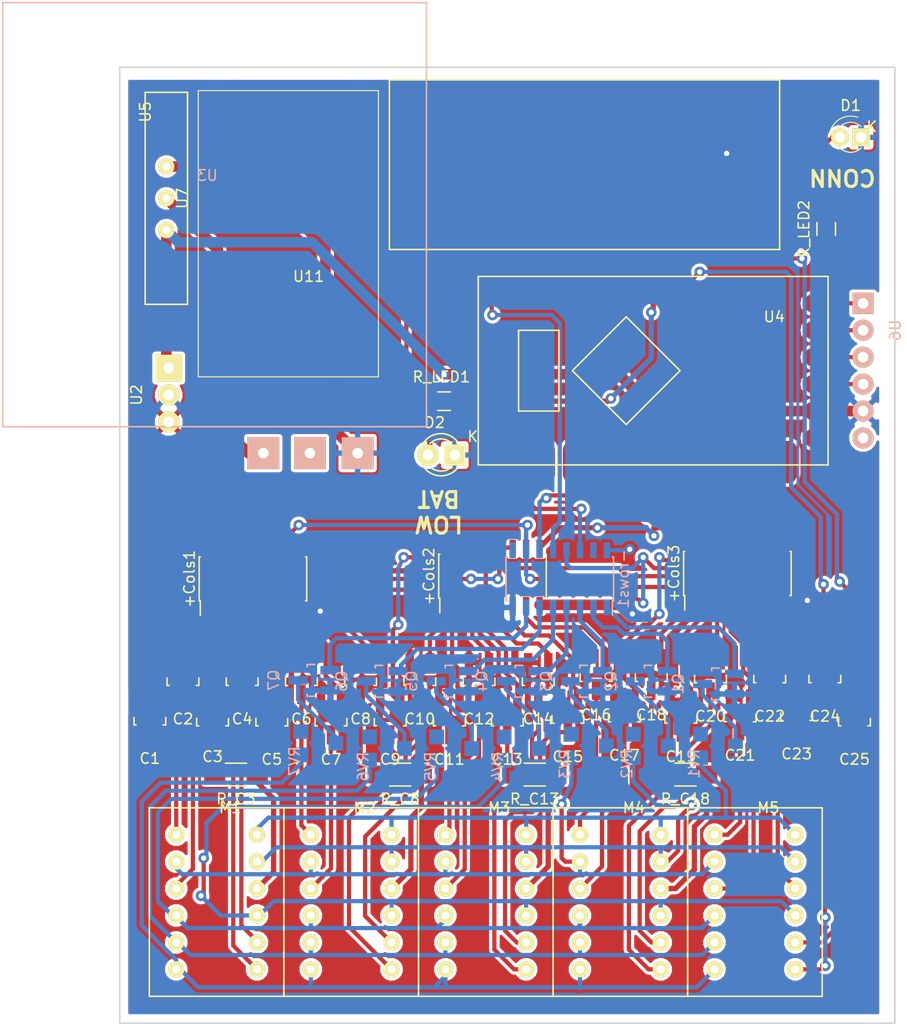
<source format=kicad_pcb>
(kicad_pcb (version 4) (host pcbnew 4.0.2+dfsg1-stable)
  (layers (0 F.Cu jumper) (31 B.Cu signal) (34 B.Paste user) (35 F.Paste user) (36 B.SilkS user) (37 F.SilkS user) (38 B.Mask user) (39 F.Mask user) (44 Edge.Cuts user))
  (net 0 "")
  (net 1 5V)
  (net 2 C21)
  (net 3 COL21)
  (net 4 C11)
  (net 5 COL11)
  (net 6 C1)
  (net 7 C16)
  (net 8 COL16)
  (net 9 GND)
  (net 10 ROW1)
  (net 11 C6)
  (net 12 COL6)
  (net 13 C22)
  (net 14 COL22)
  (net 15 C12)
  (net 16 COL12)
  (net 17 ROW2)
  (net 18 C2)
  (net 19 COL2)
  (net 20 C17)
  (net 21 COL17)
  (net 22 C7)
  (net 23 COL7)
  (net 24 C23)
  (net 25 COL23)
  (net 26 C13)
  (net 27 COL13)
  (net 28 C3)
  (net 29 COL3)
  (net 30 C18)
  (net 31 COL18)
  (net 32 ROW3)
  (net 33 C8)
  (net 34 COL8)
  (net 35 C24)
  (net 36 COL24)
  (net 37 C4)
  (net 38 COL4)
  (net 39 C14)
  (net 40 COL14)
  (net 41 ROW4)
  (net 42 C19)
  (net 43 COL19)
  (net 44 C9)
  (net 45 COL9)
  (net 46 ROW5)
  (net 47 C5)
  (net 48 COL5)
  (net 49 C15)
  (net 50 COL15)
  (net 51 C20)
  (net 52 COL20)
  (net 53 C10)
  (net 54 COL10)
  (net 55 ROW6)
  (net 56 ROW7)
  (net 57 R1)
  (net 58 R2)
  (net 59 R3)
  (net 60 R4)
  (net 61 R5)
  (net 62 R6)
  (net 63 R7)
  (net 64 BTOUT)
  (net 65 BTIN)
  (net 66 OE)
  (net 67 COL1)
  (net 68 RST)
  (net 69 ColIn)
  (net 70 ColClk)
  (net 71 RowLClk)
  (net 72 RowIn)
  (net 73 RowSClk)
  (net 74 BT_CON)
  (net 75 COL25)
  (net 76 C25)
  (net 77 "Net-(U4-Pad31)")
  (net 78 "Net-(U4-Pad32)")
  (net 79 "Net-(U4-Pad3)")
  (net 80 "Net-(D1-Pad2)")
  (net 81 BAT+OUT)
  (net 82 "Net-(U3-Pad1)")
  (net 83 BAT+IN)
  (net 84 "Net-(U4-Pad30)")
  (net 85 "Net-(Q1-Pad3)")
  (net 86 "Net-(Q2-Pad3)")
  (net 87 "Net-(Q3-Pad3)")
  (net 88 "Net-(Q4-Pad3)")
  (net 89 "Net-(Q5-Pad3)")
  (net 90 "Net-(Q6-Pad3)")
  (net 91 "Net-(Q7-Pad3)")
  (net 92 "Net-(M1-Pad10)")
  (net 93 "Net-(M2-Pad10)")
  (net 94 "Net-(M3-Pad10)")
  (net 95 "Net-(M4-Pad10)")
  (net 96 "Net-(+cols1-Pad9)")
  (net 97 "Net-(+cols2-Pad9)")
  (net 98 BATLED)
  (net 99 "Net-(D2-Pad2)")
  (module MyProMini:ProMiniSMDNoWeirdAndRxTxPinsLongPads (layer F.Cu) (at 179.5 73.068 180)
    (fp_text reference U4 (at 1.27 -2.54 180) (layer F.SilkS))
    (fp_text value ArProMin)
    (pad 5 smd oval (at 10.16 0 180) (size 1.8 4) (drill (offset 0 1)) (layers F.Cu F.Paste F.Mask) (net 36 COL24))
    (pad 6 smd oval (at 12.7 0 180) (size 1.8 4) (drill (offset 0 1)) (layers F.Cu F.Paste F.Mask) (net 98 BATLED))
    (pad 7 smd oval (at 15.24 0 180) (size 1.8 4) (drill (offset 0 1)) (layers F.Cu F.Paste F.Mask) (net 75 COL25))
    (pad 8 smd oval (at 17.78 0 180) (size 1.8 4) (drill (offset 0 1)) (layers F.Cu F.Paste F.Mask) (net 74 BT_CON))
    (pad 9 smd oval (at 20.32 0 180) (size 1.8 4) (drill (offset 0 1)) (layers F.Cu F.Paste F.Mask) (net 65 BTIN))
    (pad 10 smd oval (at 22.86 0 180) (size 1.8 4) (drill (offset 0 1)) (layers F.Cu F.Paste F.Mask) (net 64 BTOUT))
    (pad 11 smd oval (at 25.4 0 180) (size 1.8 4) (drill (offset 0 1)) (layers F.Cu F.Paste F.Mask) (net 69 ColIn))
    (pad 12 smd oval (at 27.94 0 180) (size 1.8 4) (drill (offset 0 1)) (layers F.Cu F.Paste F.Mask) (net 71 RowLClk))
    (pad 16 smd oval (at 27.94 -15.24 180) (size 1.8 4) (drill (offset 0 -1)) (layers F.Cu F.Paste F.Mask))
    (pad 17 smd oval (at 25.4 -15.24 180) (size 1.8 4) (drill (offset 0 -1)) (layers F.Cu F.Paste F.Mask) (net 72 RowIn))
    (pad 18 smd oval (at 22.86 -15.24 180) (size 1.8 4) (drill (offset 0 -1)) (layers F.Cu F.Paste F.Mask))
    (pad 19 smd oval (at 20.32 -15.24 180) (size 1.8 4) (drill (offset 0 -1)) (layers F.Cu F.Paste F.Mask) (net 73 RowSClk))
    (pad 20 smd oval (at 17.78 -15.24 180) (size 1.8 4) (drill (offset 0 -1)) (layers F.Cu F.Paste F.Mask) (net 66 OE))
    (pad 21 smd oval (at 15.24 -15.24 180) (size 1.8 4) (drill (offset 0 -1)) (layers F.Cu F.Paste F.Mask) (net 70 ColClk))
    (pad 22 smd oval (at 12.7 -15.24 180) (size 1.8 4) (drill (offset 0 -1)) (layers F.Cu F.Paste F.Mask) (net 68 RST))
    (pad 23 smd oval (at 10.16 -15.24 180) (size 1.8 4) (drill (offset 0 -1)) (layers F.Cu F.Paste F.Mask) (net 81 BAT+OUT))
    (pad 24 smd oval (at 7.62 -15.24 180) (size 1.8 4) (drill (offset 0 -1)) (layers F.Cu F.Paste F.Mask) (net 1 5V))
    (pad 25 smd oval (at 5.08 -15.24 180) (size 1.8 4) (drill (offset 0 -1)) (layers F.Cu F.Paste F.Mask))
    (pad 26 smd oval (at 2.54 -15.24 180) (size 1.8 4) (drill (offset 0 -1)) (layers F.Cu F.Paste F.Mask) (net 9 GND))
    (pad 27 smd oval (at 0 -15.24 180) (size 1.8 4) (drill (offset 0 -1)) (layers F.Cu F.Paste F.Mask))
    (pad 28 smd oval (at -2.54 -13.97 270) (size 1.8 4) (drill (offset 0 -1)) (layers F.Cu F.Paste F.Mask) (net 9 GND))
    (pad 29 smd oval (at -2.54 -11.43 270) (size 1.8 4) (drill (offset 0 -1)) (layers F.Cu F.Paste F.Mask) (net 9 GND))
    (pad 30 smd oval (at -2.54 -8.89 270) (size 1.8 4) (drill (offset 0 -1)) (layers F.Cu F.Paste F.Mask) (net 84 "Net-(U4-Pad30)"))
    (pad 31 smd oval (at -2.54 -6.35 270) (size 1.8 4) (drill (offset 0 -1)) (layers F.Cu F.Paste F.Mask) (net 77 "Net-(U4-Pad31)"))
    (pad 32 smd oval (at -2.54 -3.81 270) (size 1.8 4) (drill (offset 0 -1)) (layers F.Cu F.Paste F.Mask) (net 78 "Net-(U4-Pad32)"))
    (pad 33 smd oval (at -2.54 -1.27 270) (size 1.8 4) (drill (offset 0 -1)) (layers F.Cu F.Paste F.Mask) (net 79 "Net-(U4-Pad3)"))
  )
  (module Slide-Switch:Slide-Switch (layer F.Cu) (at 122.858 64.432 270)
    (fp_text reference U7 (at 0 0.5 270) (layer F.SilkS))
    (fp_text value Slide-Switch)
    (pad 1 thru_hole circle (at -3 2 270) (size 1.524 1.524) (drill 0.762) (layers *.Cu *.Mask F.SilkS) (net 83 BAT+IN))
    (pad 2 thru_hole circle (at 0 2 270) (size 1.524 1.524) (drill 0.762) (layers *.Cu *.Mask F.SilkS) (net 82 "Net-(U3-Pad1)"))
    (pad 3 thru_hole circle (at 3 2 270) (size 1.524 1.524) (drill 0.762) (layers *.Cu *.Mask F.SilkS) (net 81 BAT+OUT))
  )
  (module NonRetardedHeader:NonRetardHeader1x3 (layer F.Cu) (at 118.54 82.974 270)
    (fp_text reference U2 (at 0 0.5 270) (layer F.SilkS))
    (fp_text value DC-DC-3PIN)
    (pad 1 thru_hole rect (at -2.54 -2.54 270) (size 2.5 2.5) (drill 1) (layers *.Cu *.Mask F.SilkS) (net 81 BAT+OUT))
    (pad 2 thru_hole circle (at 0 -2.54 270) (size 2 2) (drill 1) (layers *.Cu *.Mask F.SilkS) (net 9 GND))
    (pad 3 thru_hole circle (at 2.54 -2.54 270) (size 2 2) (drill 1) (layers *.Cu *.Mask F.SilkS) (net 1 5V))
  )
  (module 757-5x7Matrix:757-5x7Matrix (layer F.Cu) (at 131.953 121.92)
    (fp_text reference M2 (at 7.62 0) (layer F.SilkS))
    (fp_text value 757AS_5x7Matrix)
    (pad 1 thru_hole circle (at 2.54 2.54) (size 1.524 1.524) (drill 0.762) (layers *.Cu *.Mask F.SilkS) (net 11 C6))
    (pad 2 thru_hole circle (at 2.54 5.08) (size 1.524 1.524) (drill 0.762) (layers *.Cu *.Mask F.SilkS) (net 59 R3))
    (pad 3 thru_hole circle (at 2.54 7.62) (size 1.524 1.524) (drill 0.762) (layers *.Cu *.Mask F.SilkS) (net 22 C7))
    (pad 4 thru_hole circle (at 2.54 10.16) (size 1.524 1.524) (drill 0.762) (layers *.Cu *.Mask F.SilkS) (net 61 R5))
    (pad 5 thru_hole circle (at 2.54 12.7) (size 1.524 1.524) (drill 0.762) (layers *.Cu *.Mask F.SilkS) (net 62 R6))
    (pad 6 thru_hole circle (at 2.54 15.24) (size 1.524 1.524) (drill 0.762) (layers *.Cu *.Mask F.SilkS) (net 63 R7))
    (pad 7 thru_hole circle (at 10.16 15.24) (size 1.524 1.524) (drill 0.762) (layers *.Cu *.Mask F.SilkS) (net 44 C9))
    (pad 8 thru_hole circle (at 10.16 12.7) (size 1.524 1.524) (drill 0.762) (layers *.Cu *.Mask F.SilkS) (net 53 C10))
    (pad 9 thru_hole circle (at 10.16 10.16) (size 1.524 1.524) (drill 0.762) (layers *.Cu *.Mask F.SilkS) (net 60 R4))
    (pad 10 thru_hole circle (at 10.16 7.62) (size 1.524 1.524) (drill 0.762) (layers *.Cu *.Mask F.SilkS) (net 93 "Net-(M2-Pad10)"))
    (pad 11 thru_hole circle (at 10.16 5.08) (size 1.524 1.524) (drill 0.762) (layers *.Cu *.Mask F.SilkS) (net 58 R2))
    (pad 12 thru_hole circle (at 10.16 2.54) (size 1.524 1.524) (drill 0.762) (layers *.Cu *.Mask F.SilkS) (net 57 R1))
  )
  (module 757-5x7Matrix:757-5x7Matrix (layer F.Cu) (at 119.253 121.92)
    (fp_text reference M1 (at 7.62 0) (layer F.SilkS))
    (fp_text value 757AS_5x7Matrix)
    (pad 1 thru_hole circle (at 2.54 2.54) (size 1.524 1.524) (drill 0.762) (layers *.Cu *.Mask F.SilkS) (net 6 C1))
    (pad 2 thru_hole circle (at 2.54 5.08) (size 1.524 1.524) (drill 0.762) (layers *.Cu *.Mask F.SilkS) (net 59 R3))
    (pad 3 thru_hole circle (at 2.54 7.62) (size 1.524 1.524) (drill 0.762) (layers *.Cu *.Mask F.SilkS) (net 18 C2))
    (pad 4 thru_hole circle (at 2.54 10.16) (size 1.524 1.524) (drill 0.762) (layers *.Cu *.Mask F.SilkS) (net 61 R5))
    (pad 5 thru_hole circle (at 2.54 12.7) (size 1.524 1.524) (drill 0.762) (layers *.Cu *.Mask F.SilkS) (net 62 R6))
    (pad 6 thru_hole circle (at 2.54 15.24) (size 1.524 1.524) (drill 0.762) (layers *.Cu *.Mask F.SilkS) (net 63 R7))
    (pad 7 thru_hole circle (at 10.16 15.24) (size 1.524 1.524) (drill 0.762) (layers *.Cu *.Mask F.SilkS) (net 37 C4))
    (pad 8 thru_hole circle (at 10.16 12.7) (size 1.524 1.524) (drill 0.762) (layers *.Cu *.Mask F.SilkS) (net 47 C5))
    (pad 9 thru_hole circle (at 10.16 10.16) (size 1.524 1.524) (drill 0.762) (layers *.Cu *.Mask F.SilkS) (net 60 R4))
    (pad 10 thru_hole circle (at 10.16 7.62) (size 1.524 1.524) (drill 0.762) (layers *.Cu *.Mask F.SilkS) (net 92 "Net-(M1-Pad10)"))
    (pad 11 thru_hole circle (at 10.16 5.08) (size 1.524 1.524) (drill 0.762) (layers *.Cu *.Mask F.SilkS) (net 58 R2))
    (pad 12 thru_hole circle (at 10.16 2.54) (size 1.524 1.524) (drill 0.762) (layers *.Cu *.Mask F.SilkS) (net 57 R1))
  )
  (module TO_SOT_Packages_SMD:SOT-23_Handsoldering (layer F.Cu) (at 177.8 109.474 180)
    (fp_text reference C22 (at 0 -3.81 180) (layer F.SilkS))
    (fp_text value Q_PMOS_GDS)
    (pad 1 smd rect (at -0.95 1.50114 180) (size 0.8001 1.80086) (layers F.Cu F.Paste F.Mask) (net 14 COL22))
    (pad 2 smd rect (at 0.95 1.50114 180) (size 0.8001 1.80086) (layers F.Cu F.Paste F.Mask) (net 1 5V))
    (pad 3 smd rect (at 0 -1.50114 180) (size 0.8001 1.80086) (layers F.Cu F.Paste F.Mask) (net 13 C22))
  )
  (module TO_SOT_Packages_SMD:SOT-23_Handsoldering (layer F.Cu) (at 166.624 109.347 180)
    (fp_text reference C18 (at 0 -3.81 180) (layer F.SilkS))
    (fp_text value Q_PMOS_GDS)
    (pad 1 smd rect (at -0.95 1.50114 180) (size 0.8001 1.80086) (layers F.Cu F.Paste F.Mask) (net 31 COL18))
    (pad 2 smd rect (at 0.95 1.50114 180) (size 0.8001 1.80086) (layers F.Cu F.Paste F.Mask) (net 1 5V))
    (pad 3 smd rect (at 0 -1.50114 180) (size 0.8001 1.80086) (layers F.Cu F.Paste F.Mask) (net 30 C18))
  )
  (module TO_SOT_Packages_SMD:SOT-23_Handsoldering (layer F.Cu) (at 158.75 113.284 180)
    (fp_text reference C15 (at 0 -3.81 180) (layer F.SilkS))
    (fp_text value Q_PMOS_GDS)
    (pad 1 smd rect (at -0.95 1.50114 180) (size 0.8001 1.80086) (layers F.Cu F.Paste F.Mask) (net 50 COL15))
    (pad 2 smd rect (at 0.95 1.50114 180) (size 0.8001 1.80086) (layers F.Cu F.Paste F.Mask) (net 1 5V))
    (pad 3 smd rect (at 0 -1.50114 180) (size 0.8001 1.80086) (layers F.Cu F.Paste F.Mask) (net 49 C15))
  )
  (module Resistors_SMD:R_0805_HandSoldering (layer F.Cu) (at 183.134 67.31 90)
    (fp_text reference R_LED2 (at 0 -2.1 90) (layer F.SilkS))
    (fp_text value 220)
    (pad 1 smd rect (at -1.35 0 90) (size 1.5 1.3) (layers F.Cu F.Paste F.Mask) (net 74 BT_CON))
    (pad 2 smd rect (at 1.35 0 90) (size 1.5 1.3) (layers F.Cu F.Paste F.Mask) (net 80 "Net-(D1-Pad2)"))
  )
  (module LEDs:LED-3MM (layer F.Cu) (at 186.436 58.674 180)
    (fp_text reference D1 (at 1 3 180) (layer F.SilkS))
    (fp_text value Led_Small)
    (fp_text user K (at -1 1 180) (layer F.SilkS))
    (pad 1 thru_hole rect (at 0 0 270) (size 1.7 1.7) (drill 1) (layers *.Cu *.Mask F.SilkS) (net 9 GND))
    (pad 2 thru_hole circle (at 2 0 180) (size 1.7 1.7) (drill 1) (layers *.Cu *.Mask F.SilkS) (net 80 "Net-(D1-Pad2)"))
  )
  (module NonRetardedHeader:NonRetardHeader1x6 (layer B.Cu) (at 189.152 76.878 270)
    (fp_text reference U6 (at 0 -0.5 270) (layer B.SilkS) (effects (justify mirror)))
    (fp_text value NonRetardHeader)
    (pad 1 thru_hole rect (at -2.54 2.54 270) (size 2 2) (drill 1) (layers *.Cu *.Mask B.SilkS) (net 79 "Net-(U4-Pad3)"))
    (pad 2 thru_hole circle (at 0 2.54 270) (size 2 2) (drill 1) (layers *.Cu *.Mask B.SilkS) (net 78 "Net-(U4-Pad32)"))
    (pad 3 thru_hole circle (at 2.54 2.54 270) (size 2 2) (drill 1) (layers *.Cu *.Mask B.SilkS) (net 77 "Net-(U4-Pad31)"))
    (pad 4 thru_hole circle (at 5.08 2.54 270) (size 2 2) (drill 1) (layers *.Cu *.Mask B.SilkS) (net 84 "Net-(U4-Pad30)"))
    (pad 5 thru_hole circle (at 7.62 2.54 270) (size 2 2) (drill 1) (layers *.Cu *.Mask B.SilkS) (net 9 GND))
    (pad 6 thru_hole circle (at 10.16 2.54 270) (size 2 2) (drill 1) (layers *.Cu *.Mask B.SilkS))
  )
  (module TO_SOT_Packages_SMD:SOT-23_Handsoldering (layer F.Cu) (at 185.801 113.538 180)
    (fp_text reference C25 (at 0 -3.81 180) (layer F.SilkS))
    (fp_text value Q_PMOS_GDS)
    (pad 1 smd rect (at -0.95 1.50114 180) (size 0.8001 1.80086) (layers F.Cu F.Paste F.Mask) (net 75 COL25))
    (pad 2 smd rect (at 0.95 1.50114 180) (size 0.8001 1.80086) (layers F.Cu F.Paste F.Mask) (net 1 5V))
    (pad 3 smd rect (at 0 -1.50114 180) (size 0.8001 1.80086) (layers F.Cu F.Paste F.Mask) (net 76 C25))
  )
  (module TO_SOT_Packages_SMD:SOT-23_Handsoldering (layer F.Cu) (at 119.302 113.454 180)
    (fp_text reference C1 (at 0 -3.81 360) (layer F.SilkS))
    (fp_text value Q_PMOS_GDS)
    (pad 1 smd rect (at -0.95 1.50114 180) (size 0.8001 1.80086) (layers F.Cu F.Paste F.Mask) (net 67 COL1))
    (pad 2 smd rect (at 0.95 1.50114 180) (size 0.8001 1.80086) (layers F.Cu F.Paste F.Mask) (net 1 5V))
    (pad 3 smd rect (at 0 -1.50114 180) (size 0.8001 1.80086) (layers F.Cu F.Paste F.Mask) (net 6 C1))
  )
  (module TO_SOT_Packages_SMD:SOT-23_Handsoldering (layer F.Cu) (at 183.007 109.474 180)
    (fp_text reference C24 (at 0 -3.81 180) (layer F.SilkS))
    (fp_text value Q_PMOS_GDS)
    (pad 1 smd rect (at -0.95 1.50114 180) (size 0.8001 1.80086) (layers F.Cu F.Paste F.Mask) (net 36 COL24))
    (pad 2 smd rect (at 0.95 1.50114 180) (size 0.8001 1.80086) (layers F.Cu F.Paste F.Mask) (net 1 5V))
    (pad 3 smd rect (at 0 -1.50114 180) (size 0.8001 1.80086) (layers F.Cu F.Paste F.Mask) (net 35 C24))
  )
  (module TO_SOT_Packages_SMD:SOT-23_Handsoldering (layer F.Cu) (at 180.34 113.03 180)
    (fp_text reference C23 (at 0 -3.81 180) (layer F.SilkS))
    (fp_text value Q_PMOS_GDS)
    (pad 1 smd rect (at -0.95 1.50114 180) (size 0.8001 1.80086) (layers F.Cu F.Paste F.Mask) (net 25 COL23))
    (pad 2 smd rect (at 0.95 1.50114 180) (size 0.8001 1.80086) (layers F.Cu F.Paste F.Mask) (net 1 5V))
    (pad 3 smd rect (at 0 -1.50114 180) (size 0.8001 1.80086) (layers F.Cu F.Paste F.Mask) (net 24 C23))
  )
  (module TO_SOT_Packages_SMD:SOT-23_Handsoldering (layer F.Cu) (at 164.084 113.157 180)
    (fp_text reference C17 (at 0 -3.81 180) (layer F.SilkS))
    (fp_text value Q_PMOS_GDS)
    (pad 1 smd rect (at -0.95 1.50114 180) (size 0.8001 1.80086) (layers F.Cu F.Paste F.Mask) (net 21 COL17))
    (pad 2 smd rect (at 0.95 1.50114 180) (size 0.8001 1.80086) (layers F.Cu F.Paste F.Mask) (net 1 5V))
    (pad 3 smd rect (at 0 -1.50114 180) (size 0.8001 1.80086) (layers F.Cu F.Paste F.Mask) (net 20 C17))
  )
  (module TO_SOT_Packages_SMD:SOT-23_Handsoldering (layer F.Cu) (at 155.956 109.728 180)
    (fp_text reference C14 (at 0 -3.81 180) (layer F.SilkS))
    (fp_text value Q_PMOS_GDS)
    (pad 1 smd rect (at -0.95 1.50114 180) (size 0.8001 1.80086) (layers F.Cu F.Paste F.Mask) (net 40 COL14))
    (pad 2 smd rect (at 0.95 1.50114 180) (size 0.8001 1.80086) (layers F.Cu F.Paste F.Mask) (net 1 5V))
    (pad 3 smd rect (at 0 -1.50114 180) (size 0.8001 1.80086) (layers F.Cu F.Paste F.Mask) (net 39 C14))
  )
  (module TO_SOT_Packages_SMD:SOT-23_Handsoldering (layer F.Cu) (at 153.035 113.538 180)
    (fp_text reference C13 (at 0 -3.81 180) (layer F.SilkS))
    (fp_text value Q_PMOS_GDS)
    (pad 1 smd rect (at -0.95 1.50114 180) (size 0.8001 1.80086) (layers F.Cu F.Paste F.Mask) (net 27 COL13))
    (pad 2 smd rect (at 0.95 1.50114 180) (size 0.8001 1.80086) (layers F.Cu F.Paste F.Mask) (net 1 5V))
    (pad 3 smd rect (at 0 -1.50114 180) (size 0.8001 1.80086) (layers F.Cu F.Paste F.Mask) (net 26 C13))
  )
  (module TO_SOT_Packages_SMD:SOT-23_Handsoldering (layer F.Cu) (at 150.368 109.728 180)
    (fp_text reference C12 (at 0 -3.81 180) (layer F.SilkS))
    (fp_text value Q_PMOS_GDS)
    (pad 1 smd rect (at -0.95 1.50114 180) (size 0.8001 1.80086) (layers F.Cu F.Paste F.Mask) (net 16 COL12))
    (pad 2 smd rect (at 0.95 1.50114 180) (size 0.8001 1.80086) (layers F.Cu F.Paste F.Mask) (net 1 5V))
    (pad 3 smd rect (at 0 -1.50114 180) (size 0.8001 1.80086) (layers F.Cu F.Paste F.Mask) (net 15 C12))
  )
  (module TO_SOT_Packages_SMD:SOT-23_Handsoldering (layer F.Cu) (at 147.574 113.538 180)
    (fp_text reference C11 (at 0 -3.81 180) (layer F.SilkS))
    (fp_text value Q_PMOS_GDS)
    (pad 1 smd rect (at -0.95 1.50114 180) (size 0.8001 1.80086) (layers F.Cu F.Paste F.Mask) (net 5 COL11))
    (pad 2 smd rect (at 0.95 1.50114 180) (size 0.8001 1.80086) (layers F.Cu F.Paste F.Mask) (net 1 5V))
    (pad 3 smd rect (at 0 -1.50114 180) (size 0.8001 1.80086) (layers F.Cu F.Paste F.Mask) (net 4 C11))
  )
  (module TO_SOT_Packages_SMD:SOT-23_Handsoldering (layer F.Cu) (at 144.78 109.728 180)
    (fp_text reference C10 (at 0 -3.81 180) (layer F.SilkS))
    (fp_text value Q_PMOS_GDS)
    (pad 1 smd rect (at -0.95 1.50114 180) (size 0.8001 1.80086) (layers F.Cu F.Paste F.Mask) (net 54 COL10))
    (pad 2 smd rect (at 0.95 1.50114 180) (size 0.8001 1.80086) (layers F.Cu F.Paste F.Mask) (net 1 5V))
    (pad 3 smd rect (at 0 -1.50114 180) (size 0.8001 1.80086) (layers F.Cu F.Paste F.Mask) (net 53 C10))
  )
  (module TO_SOT_Packages_SMD:SOT-23_Handsoldering (layer F.Cu) (at 141.986 113.538 180)
    (fp_text reference C9 (at 0 -3.81 180) (layer F.SilkS))
    (fp_text value Q_PMOS_GDS)
    (pad 1 smd rect (at -0.95 1.50114 180) (size 0.8001 1.80086) (layers F.Cu F.Paste F.Mask) (net 45 COL9))
    (pad 2 smd rect (at 0.95 1.50114 180) (size 0.8001 1.80086) (layers F.Cu F.Paste F.Mask) (net 1 5V))
    (pad 3 smd rect (at 0 -1.50114 180) (size 0.8001 1.80086) (layers F.Cu F.Paste F.Mask) (net 44 C9))
  )
  (module TO_SOT_Packages_SMD:SOT-23_Handsoldering (layer F.Cu) (at 139.192 109.728 180)
    (fp_text reference C8 (at 0 -3.81 360) (layer F.SilkS))
    (fp_text value Q_PMOS_GDS)
    (pad 1 smd rect (at -0.95 1.50114 180) (size 0.8001 1.80086) (layers F.Cu F.Paste F.Mask) (net 34 COL8))
    (pad 2 smd rect (at 0.95 1.50114 180) (size 0.8001 1.80086) (layers F.Cu F.Paste F.Mask) (net 1 5V))
    (pad 3 smd rect (at 0 -1.50114 180) (size 0.8001 1.80086) (layers F.Cu F.Paste F.Mask) (net 33 C8))
  )
  (module TO_SOT_Packages_SMD:SOT-23_Handsoldering (layer F.Cu) (at 136.398 113.538 180)
    (fp_text reference C7 (at 0 -3.81 360) (layer F.SilkS))
    (fp_text value Q_PMOS_GDS)
    (pad 1 smd rect (at -0.95 1.50114 180) (size 0.8001 1.80086) (layers F.Cu F.Paste F.Mask) (net 23 COL7))
    (pad 2 smd rect (at 0.95 1.50114 180) (size 0.8001 1.80086) (layers F.Cu F.Paste F.Mask) (net 1 5V))
    (pad 3 smd rect (at 0 -1.50114 180) (size 0.8001 1.80086) (layers F.Cu F.Paste F.Mask) (net 22 C7))
  )
  (module TO_SOT_Packages_SMD:SOT-23_Handsoldering (layer F.Cu) (at 130.81 113.538 180)
    (fp_text reference C5 (at 0 -3.81 360) (layer F.SilkS))
    (fp_text value Q_PMOS_GDS)
    (pad 1 smd rect (at -0.95 1.50114 180) (size 0.8001 1.80086) (layers F.Cu F.Paste F.Mask) (net 48 COL5))
    (pad 2 smd rect (at 0.95 1.50114 180) (size 0.8001 1.80086) (layers F.Cu F.Paste F.Mask) (net 1 5V))
    (pad 3 smd rect (at 0 -1.50114 180) (size 0.8001 1.80086) (layers F.Cu F.Paste F.Mask) (net 47 C5))
  )
  (module TO_SOT_Packages_SMD:SOT-23_Handsoldering (layer F.Cu) (at 128.016 109.728 180)
    (fp_text reference C4 (at 0 -3.81 360) (layer F.SilkS))
    (fp_text value Q_PMOS_GDS)
    (pad 1 smd rect (at -0.95 1.50114 180) (size 0.8001 1.80086) (layers F.Cu F.Paste F.Mask) (net 38 COL4))
    (pad 2 smd rect (at 0.95 1.50114 180) (size 0.8001 1.80086) (layers F.Cu F.Paste F.Mask) (net 1 5V))
    (pad 3 smd rect (at 0 -1.50114 180) (size 0.8001 1.80086) (layers F.Cu F.Paste F.Mask) (net 37 C4))
  )
  (module TO_SOT_Packages_SMD:SOT-23_Handsoldering (layer F.Cu) (at 125.222 113.538 180)
    (fp_text reference C3 (at 0 -3.556 360) (layer F.SilkS))
    (fp_text value Q_PMOS_GDS)
    (pad 1 smd rect (at -0.95 1.50114 180) (size 0.8001 1.80086) (layers F.Cu F.Paste F.Mask) (net 29 COL3))
    (pad 2 smd rect (at 0.95 1.50114 180) (size 0.8001 1.80086) (layers F.Cu F.Paste F.Mask) (net 1 5V))
    (pad 3 smd rect (at 0 -1.50114 180) (size 0.8001 1.80086) (layers F.Cu F.Paste F.Mask) (net 28 C3))
  )
  (module TO_SOT_Packages_SMD:SOT-23_Handsoldering (layer F.Cu) (at 122.428 109.728 180)
    (fp_text reference C2 (at 0 -3.81 360) (layer F.SilkS))
    (fp_text value Q_PMOS_GDS)
    (pad 1 smd rect (at -0.95 1.50114 180) (size 0.8001 1.80086) (layers F.Cu F.Paste F.Mask) (net 19 COL2))
    (pad 2 smd rect (at 0.95 1.50114 180) (size 0.8001 1.80086) (layers F.Cu F.Paste F.Mask) (net 1 5V))
    (pad 3 smd rect (at 0 -1.50114 180) (size 0.8001 1.80086) (layers F.Cu F.Paste F.Mask) (net 18 C2))
  )
  (module TO_SOT_Packages_SMD:SOT-23_Handsoldering (layer F.Cu) (at 133.604 109.728 180)
    (fp_text reference C6 (at 0 -3.81 360) (layer F.SilkS))
    (fp_text value Q_PMOS_GDS)
    (pad 1 smd rect (at -0.95 1.50114 180) (size 0.8001 1.80086) (layers F.Cu F.Paste F.Mask) (net 12 COL6))
    (pad 2 smd rect (at 0.95 1.50114 180) (size 0.8001 1.80086) (layers F.Cu F.Paste F.Mask) (net 1 5V))
    (pad 3 smd rect (at 0 -1.50114 180) (size 0.8001 1.80086) (layers F.Cu F.Paste F.Mask) (net 11 C6))
  )
  (module TO_SOT_Packages_SMD:SOT-23_Handsoldering (layer F.Cu) (at 175.006 113.157 180)
    (fp_text reference C21 (at 0 -3.81 180) (layer F.SilkS))
    (fp_text value Q_PMOS_GDS)
    (pad 1 smd rect (at -0.95 1.50114 180) (size 0.8001 1.80086) (layers F.Cu F.Paste F.Mask) (net 3 COL21))
    (pad 2 smd rect (at 0.95 1.50114 180) (size 0.8001 1.80086) (layers F.Cu F.Paste F.Mask) (net 1 5V))
    (pad 3 smd rect (at 0 -1.50114 180) (size 0.8001 1.80086) (layers F.Cu F.Paste F.Mask) (net 2 C21))
  )
  (module TO_SOT_Packages_SMD:SOT-23_Handsoldering (layer F.Cu) (at 172.212 109.474 180)
    (fp_text reference C20 (at 0 -3.81 180) (layer F.SilkS))
    (fp_text value Q_PMOS_GDS)
    (pad 1 smd rect (at -0.95 1.50114 180) (size 0.8001 1.80086) (layers F.Cu F.Paste F.Mask) (net 52 COL20))
    (pad 2 smd rect (at 0.95 1.50114 180) (size 0.8001 1.80086) (layers F.Cu F.Paste F.Mask) (net 1 5V))
    (pad 3 smd rect (at 0 -1.50114 180) (size 0.8001 1.80086) (layers F.Cu F.Paste F.Mask) (net 51 C20))
  )
  (module 757-5x7Matrix:757-5x7Matrix (layer F.Cu) (at 170.053 121.92)
    (fp_text reference M5 (at 7.62 0) (layer F.SilkS))
    (fp_text value 757AS_5x7Matrix)
    (pad 1 thru_hole circle (at 2.54 2.54) (size 1.524 1.524) (drill 0.762) (layers *.Cu *.Mask F.SilkS) (net 2 C21))
    (pad 2 thru_hole circle (at 2.54 5.08) (size 1.524 1.524) (drill 0.762) (layers *.Cu *.Mask F.SilkS) (net 59 R3))
    (pad 3 thru_hole circle (at 2.54 7.62) (size 1.524 1.524) (drill 0.762) (layers *.Cu *.Mask F.SilkS) (net 13 C22))
    (pad 4 thru_hole circle (at 2.54 10.16) (size 1.524 1.524) (drill 0.762) (layers *.Cu *.Mask F.SilkS) (net 61 R5))
    (pad 5 thru_hole circle (at 2.54 12.7) (size 1.524 1.524) (drill 0.762) (layers *.Cu *.Mask F.SilkS) (net 62 R6))
    (pad 6 thru_hole circle (at 2.54 15.24) (size 1.524 1.524) (drill 0.762) (layers *.Cu *.Mask F.SilkS) (net 63 R7))
    (pad 7 thru_hole circle (at 10.16 15.24) (size 1.524 1.524) (drill 0.762) (layers *.Cu *.Mask F.SilkS) (net 35 C24))
    (pad 8 thru_hole circle (at 10.16 12.7) (size 1.524 1.524) (drill 0.762) (layers *.Cu *.Mask F.SilkS) (net 76 C25))
    (pad 9 thru_hole circle (at 10.16 10.16) (size 1.524 1.524) (drill 0.762) (layers *.Cu *.Mask F.SilkS) (net 60 R4))
    (pad 10 thru_hole circle (at 10.16 7.62) (size 1.524 1.524) (drill 0.762) (layers *.Cu *.Mask F.SilkS) (net 24 C23))
    (pad 11 thru_hole circle (at 10.16 5.08) (size 1.524 1.524) (drill 0.762) (layers *.Cu *.Mask F.SilkS) (net 58 R2))
    (pad 12 thru_hole circle (at 10.16 2.54) (size 1.524 1.524) (drill 0.762) (layers *.Cu *.Mask F.SilkS) (net 57 R1))
  )
  (module 757-5x7Matrix:757-5x7Matrix (layer F.Cu) (at 144.653 121.92)
    (fp_text reference M3 (at 7.62 0) (layer F.SilkS))
    (fp_text value 757AS_5x7Matrix)
    (pad 1 thru_hole circle (at 2.54 2.54) (size 1.524 1.524) (drill 0.762) (layers *.Cu *.Mask F.SilkS) (net 4 C11))
    (pad 2 thru_hole circle (at 2.54 5.08) (size 1.524 1.524) (drill 0.762) (layers *.Cu *.Mask F.SilkS) (net 59 R3))
    (pad 3 thru_hole circle (at 2.54 7.62) (size 1.524 1.524) (drill 0.762) (layers *.Cu *.Mask F.SilkS) (net 15 C12))
    (pad 4 thru_hole circle (at 2.54 10.16) (size 1.524 1.524) (drill 0.762) (layers *.Cu *.Mask F.SilkS) (net 61 R5))
    (pad 5 thru_hole circle (at 2.54 12.7) (size 1.524 1.524) (drill 0.762) (layers *.Cu *.Mask F.SilkS) (net 62 R6))
    (pad 6 thru_hole circle (at 2.54 15.24) (size 1.524 1.524) (drill 0.762) (layers *.Cu *.Mask F.SilkS) (net 63 R7))
    (pad 7 thru_hole circle (at 10.16 15.24) (size 1.524 1.524) (drill 0.762) (layers *.Cu *.Mask F.SilkS) (net 39 C14))
    (pad 8 thru_hole circle (at 10.16 12.7) (size 1.524 1.524) (drill 0.762) (layers *.Cu *.Mask F.SilkS) (net 49 C15))
    (pad 9 thru_hole circle (at 10.16 10.16) (size 1.524 1.524) (drill 0.762) (layers *.Cu *.Mask F.SilkS) (net 60 R4))
    (pad 10 thru_hole circle (at 10.16 7.62) (size 1.524 1.524) (drill 0.762) (layers *.Cu *.Mask F.SilkS) (net 94 "Net-(M3-Pad10)"))
    (pad 11 thru_hole circle (at 10.16 5.08) (size 1.524 1.524) (drill 0.762) (layers *.Cu *.Mask F.SilkS) (net 58 R2))
    (pad 12 thru_hole circle (at 10.16 2.54) (size 1.524 1.524) (drill 0.762) (layers *.Cu *.Mask F.SilkS) (net 57 R1))
  )
  (module 757-5x7Matrix:757-5x7Matrix (layer F.Cu) (at 157.353 121.92)
    (fp_text reference M4 (at 7.62 0) (layer F.SilkS))
    (fp_text value 757AS_5x7Matrix)
    (pad 1 thru_hole circle (at 2.54 2.54) (size 1.524 1.524) (drill 0.762) (layers *.Cu *.Mask F.SilkS) (net 7 C16))
    (pad 2 thru_hole circle (at 2.54 5.08) (size 1.524 1.524) (drill 0.762) (layers *.Cu *.Mask F.SilkS) (net 59 R3))
    (pad 3 thru_hole circle (at 2.54 7.62) (size 1.524 1.524) (drill 0.762) (layers *.Cu *.Mask F.SilkS) (net 20 C17))
    (pad 4 thru_hole circle (at 2.54 10.16) (size 1.524 1.524) (drill 0.762) (layers *.Cu *.Mask F.SilkS) (net 61 R5))
    (pad 5 thru_hole circle (at 2.54 12.7) (size 1.524 1.524) (drill 0.762) (layers *.Cu *.Mask F.SilkS) (net 62 R6))
    (pad 6 thru_hole circle (at 2.54 15.24) (size 1.524 1.524) (drill 0.762) (layers *.Cu *.Mask F.SilkS) (net 63 R7))
    (pad 7 thru_hole circle (at 10.16 15.24) (size 1.524 1.524) (drill 0.762) (layers *.Cu *.Mask F.SilkS) (net 42 C19))
    (pad 8 thru_hole circle (at 10.16 12.7) (size 1.524 1.524) (drill 0.762) (layers *.Cu *.Mask F.SilkS) (net 51 C20))
    (pad 9 thru_hole circle (at 10.16 10.16) (size 1.524 1.524) (drill 0.762) (layers *.Cu *.Mask F.SilkS) (net 60 R4))
    (pad 10 thru_hole circle (at 10.16 7.62) (size 1.524 1.524) (drill 0.762) (layers *.Cu *.Mask F.SilkS) (net 95 "Net-(M4-Pad10)"))
    (pad 11 thru_hole circle (at 10.16 5.08) (size 1.524 1.524) (drill 0.762) (layers *.Cu *.Mask F.SilkS) (net 58 R2))
    (pad 12 thru_hole circle (at 10.16 2.54) (size 1.524 1.524) (drill 0.762) (layers *.Cu *.Mask F.SilkS) (net 57 R1))
  )
  (module TO_SOT_Packages_SMD:SOT-23_Handsoldering (layer F.Cu) (at 161.417 109.347 180)
    (fp_text reference C16 (at 0 -3.81 180) (layer F.SilkS))
    (fp_text value Q_PMOS_GDS)
    (pad 1 smd rect (at -0.95 1.50114 180) (size 0.8001 1.80086) (layers F.Cu F.Paste F.Mask) (net 8 COL16))
    (pad 2 smd rect (at 0.95 1.50114 180) (size 0.8001 1.80086) (layers F.Cu F.Paste F.Mask) (net 1 5V))
    (pad 3 smd rect (at 0 -1.50114 180) (size 0.8001 1.80086) (layers F.Cu F.Paste F.Mask) (net 7 C16))
  )
  (module TO_SOT_Packages_SMD:SOT-23_Handsoldering (layer F.Cu) (at 169.418 113.284 180)
    (fp_text reference C19 (at 0 -3.81 180) (layer F.SilkS))
    (fp_text value Q_PMOS_GDS)
    (pad 1 smd rect (at -0.95 1.50114 180) (size 0.8001 1.80086) (layers F.Cu F.Paste F.Mask) (net 43 COL19))
    (pad 2 smd rect (at 0.95 1.50114 180) (size 0.8001 1.80086) (layers F.Cu F.Paste F.Mask) (net 1 5V))
    (pad 3 smd rect (at 0 -1.50114 180) (size 0.8001 1.80086) (layers F.Cu F.Paste F.Mask) (net 42 C19))
  )
  (module Trim-SMD:SMD-Trimm (layer B.Cu) (at 172.974 116.078 90)
    (fp_text reference RV1 (at -1.7 -2.3 90) (layer B.SilkS) (effects (justify mirror)))
    (fp_text value POT)
    (pad 1 smd rect (at -1.1 -1.7 90) (size 1.4 1.4) (layers B.Cu B.Paste B.Mask) (net 57 R1))
    (pad 3 smd rect (at 1.1 -1.7 90) (size 1.4 1.4) (layers B.Cu B.Paste B.Mask))
    (pad 2 smd rect (at 0 1.6 90) (size 1.4 1.4) (layers B.Cu B.Paste B.Mask) (net 85 "Net-(Q1-Pad3)"))
  )
  (module Trim-SMD:SMD-Trimm (layer B.Cu) (at 166.624 116.078 90)
    (fp_text reference RV2 (at -1.7 -2.3 90) (layer B.SilkS) (effects (justify mirror)))
    (fp_text value POT)
    (pad 1 smd rect (at -1.1 -1.7 90) (size 1.4 1.4) (layers B.Cu B.Paste B.Mask) (net 58 R2))
    (pad 3 smd rect (at 1.1 -1.7 90) (size 1.4 1.4) (layers B.Cu B.Paste B.Mask))
    (pad 2 smd rect (at 0 1.6 90) (size 1.4 1.4) (layers B.Cu B.Paste B.Mask) (net 86 "Net-(Q2-Pad3)"))
  )
  (module Trim-SMD:SMD-Trimm (layer B.Cu) (at 160.782 116.078 90)
    (fp_text reference RV3 (at -1.7 -2.3 90) (layer B.SilkS) (effects (justify mirror)))
    (fp_text value POT)
    (pad 1 smd rect (at -1.1 -1.7 90) (size 1.4 1.4) (layers B.Cu B.Paste B.Mask) (net 59 R3))
    (pad 3 smd rect (at 1.1 -1.7 90) (size 1.4 1.4) (layers B.Cu B.Paste B.Mask))
    (pad 2 smd rect (at 0 1.6 90) (size 1.4 1.4) (layers B.Cu B.Paste B.Mask) (net 87 "Net-(Q3-Pad3)"))
  )
  (module Trim-SMD:SMD-Trimm (layer B.Cu) (at 154.432 116.332 90)
    (fp_text reference RV4 (at -1.7 -2.3 90) (layer B.SilkS) (effects (justify mirror)))
    (fp_text value POT)
    (pad 1 smd rect (at -1.1 -1.7 90) (size 1.4 1.4) (layers B.Cu B.Paste B.Mask) (net 60 R4))
    (pad 3 smd rect (at 1.1 -1.7 90) (size 1.4 1.4) (layers B.Cu B.Paste B.Mask))
    (pad 2 smd rect (at 0 1.6 90) (size 1.4 1.4) (layers B.Cu B.Paste B.Mask) (net 88 "Net-(Q4-Pad3)"))
  )
  (module Trim-SMD:SMD-Trimm (layer B.Cu) (at 148.082 116.332 90)
    (fp_text reference RV5 (at -1.7 -2.3 90) (layer B.SilkS) (effects (justify mirror)))
    (fp_text value POT)
    (pad 1 smd rect (at -1.1 -1.7 90) (size 1.4 1.4) (layers B.Cu B.Paste B.Mask) (net 61 R5))
    (pad 3 smd rect (at 1.1 -1.7 90) (size 1.4 1.4) (layers B.Cu B.Paste B.Mask))
    (pad 2 smd rect (at 0 1.6 90) (size 1.4 1.4) (layers B.Cu B.Paste B.Mask) (net 89 "Net-(Q5-Pad3)"))
  )
  (module Trim-SMD:SMD-Trimm (layer B.Cu) (at 141.732 116.332 90)
    (fp_text reference RV6 (at -1.7 -2.3 90) (layer B.SilkS) (effects (justify mirror)))
    (fp_text value POT)
    (pad 1 smd rect (at -1.1 -1.7 90) (size 1.4 1.4) (layers B.Cu B.Paste B.Mask) (net 62 R6))
    (pad 3 smd rect (at 1.1 -1.7 90) (size 1.4 1.4) (layers B.Cu B.Paste B.Mask))
    (pad 2 smd rect (at 0 1.6 90) (size 1.4 1.4) (layers B.Cu B.Paste B.Mask) (net 90 "Net-(Q6-Pad3)"))
  )
  (module Trim-SMD:SMD-Trimm (layer B.Cu) (at 135.255 115.824 90)
    (fp_text reference RV7 (at -1.7 -2.3 90) (layer B.SilkS) (effects (justify mirror)))
    (fp_text value POT)
    (pad 1 smd rect (at -1.1 -1.7 90) (size 1.4 1.4) (layers B.Cu B.Paste B.Mask) (net 63 R7))
    (pad 3 smd rect (at 1.1 -1.7 90) (size 1.4 1.4) (layers B.Cu B.Paste B.Mask))
    (pad 2 smd rect (at 0 1.6 90) (size 1.4 1.4) (layers B.Cu B.Paste B.Mask) (net 91 "Net-(Q7-Pad3)"))
  )
  (module BtModule:BtModuleSMDLongPads (layer F.Cu) (at 141.908 69.258)
    (fp_text reference U11 (at -7.62 2.54) (layer F.SilkS))
    (fp_text value BTModule)
    (pad 1 smd rect (at 37.592 -1.524) (size 4 1.7) (drill (offset -1 0)) (layers F.Cu F.Paste F.Mask) (net 74 BT_CON))
    (pad 2 smd oval (at 37.592 -4.064) (size 4 1.7) (drill (offset -1 0)) (layers F.Cu F.Paste F.Mask) (net 65 BTIN))
    (pad 3 smd oval (at 37.592 -6.604) (size 4 1.7) (drill (offset -1 0)) (layers F.Cu F.Paste F.Mask) (net 64 BTOUT))
    (pad 4 smd oval (at 37.592 -9.144) (size 4 1.7) (drill (offset -1 0)) (layers F.Cu F.Paste F.Mask) (net 9 GND))
    (pad 5 smd oval (at 37.592 -11.684) (size 4 1.7) (drill (offset -1 0)) (layers F.Cu F.Paste F.Mask) (net 1 5V))
    (pad 6 smd oval (at 37.592 -14.224) (size 4 1.7) (drill (offset -1 0)) (layers F.Cu F.Paste F.Mask))
  )
  (module TO_SOT_Packages_SMD:SOT-23_Handsoldering (layer B.Cu) (at 172.974 110.236 270)
    (fp_text reference Q1 (at 0 3.81 270) (layer B.SilkS) (effects (justify mirror)))
    (fp_text value BSS138)
    (pad 1 smd rect (at -0.95 -1.50114 270) (size 0.8001 1.80086) (layers B.Cu B.Paste B.Mask) (net 10 ROW1))
    (pad 2 smd rect (at 0.95 -1.50114 270) (size 0.8001 1.80086) (layers B.Cu B.Paste B.Mask) (net 9 GND))
    (pad 3 smd rect (at 0 1.50114 270) (size 0.8001 1.80086) (layers B.Cu B.Paste B.Mask) (net 85 "Net-(Q1-Pad3)"))
  )
  (module TO_SOT_Packages_SMD:SOT-23_Handsoldering (layer B.Cu) (at 166.624 109.982 270)
    (fp_text reference Q2 (at 0 3.81 270) (layer B.SilkS) (effects (justify mirror)))
    (fp_text value BSS138)
    (pad 1 smd rect (at -0.95 -1.50114 270) (size 0.8001 1.80086) (layers B.Cu B.Paste B.Mask) (net 17 ROW2))
    (pad 2 smd rect (at 0.95 -1.50114 270) (size 0.8001 1.80086) (layers B.Cu B.Paste B.Mask) (net 9 GND))
    (pad 3 smd rect (at 0 1.50114 270) (size 0.8001 1.80086) (layers B.Cu B.Paste B.Mask) (net 86 "Net-(Q2-Pad3)"))
  )
  (module TO_SOT_Packages_SMD:SOT-23_Handsoldering (layer B.Cu) (at 160.528 109.982 270)
    (fp_text reference Q3 (at 0 3.81 270) (layer B.SilkS) (effects (justify mirror)))
    (fp_text value BSS138)
    (pad 1 smd rect (at -0.95 -1.50114 270) (size 0.8001 1.80086) (layers B.Cu B.Paste B.Mask) (net 32 ROW3))
    (pad 2 smd rect (at 0.95 -1.50114 270) (size 0.8001 1.80086) (layers B.Cu B.Paste B.Mask) (net 9 GND))
    (pad 3 smd rect (at 0 1.50114 270) (size 0.8001 1.80086) (layers B.Cu B.Paste B.Mask) (net 87 "Net-(Q3-Pad3)"))
  )
  (module TO_SOT_Packages_SMD:SOT-23_Handsoldering (layer B.Cu) (at 154.432 109.982 270)
    (fp_text reference Q4 (at 0 3.81 270) (layer B.SilkS) (effects (justify mirror)))
    (fp_text value BSS138)
    (pad 1 smd rect (at -0.95 -1.50114 270) (size 0.8001 1.80086) (layers B.Cu B.Paste B.Mask) (net 41 ROW4))
    (pad 2 smd rect (at 0.95 -1.50114 270) (size 0.8001 1.80086) (layers B.Cu B.Paste B.Mask) (net 9 GND))
    (pad 3 smd rect (at 0 1.50114 270) (size 0.8001 1.80086) (layers B.Cu B.Paste B.Mask) (net 88 "Net-(Q4-Pad3)"))
  )
  (module TO_SOT_Packages_SMD:SOT-23_Handsoldering (layer B.Cu) (at 147.828 109.982 270)
    (fp_text reference Q5 (at 0 3.81 270) (layer B.SilkS) (effects (justify mirror)))
    (fp_text value BSS138)
    (pad 1 smd rect (at -0.95 -1.50114 270) (size 0.8001 1.80086) (layers B.Cu B.Paste B.Mask) (net 46 ROW5))
    (pad 2 smd rect (at 0.95 -1.50114 270) (size 0.8001 1.80086) (layers B.Cu B.Paste B.Mask) (net 9 GND))
    (pad 3 smd rect (at 0 1.50114 270) (size 0.8001 1.80086) (layers B.Cu B.Paste B.Mask) (net 89 "Net-(Q5-Pad3)"))
  )
  (module TO_SOT_Packages_SMD:SOT-23_Handsoldering (layer B.Cu) (at 141.224 109.982 270)
    (fp_text reference Q6 (at 0 3.81 270) (layer B.SilkS) (effects (justify mirror)))
    (fp_text value BSS138)
    (pad 1 smd rect (at -0.95 -1.50114 270) (size 0.8001 1.80086) (layers B.Cu B.Paste B.Mask) (net 55 ROW6))
    (pad 2 smd rect (at 0.95 -1.50114 270) (size 0.8001 1.80086) (layers B.Cu B.Paste B.Mask) (net 9 GND))
    (pad 3 smd rect (at 0 1.50114 270) (size 0.8001 1.80086) (layers B.Cu B.Paste B.Mask) (net 90 "Net-(Q6-Pad3)"))
  )
  (module TO_SOT_Packages_SMD:SOT-23_Handsoldering (layer B.Cu) (at 134.796 109.898 270)
    (fp_text reference Q7 (at 0 3.81 270) (layer B.SilkS) (effects (justify mirror)))
    (fp_text value BSS138)
    (pad 1 smd rect (at -0.95 -1.50114 270) (size 0.8001 1.80086) (layers B.Cu B.Paste B.Mask) (net 56 ROW7))
    (pad 2 smd rect (at 0.95 -1.50114 270) (size 0.8001 1.80086) (layers B.Cu B.Paste B.Mask) (net 9 GND))
    (pad 3 smd rect (at 0 1.50114 270) (size 0.8001 1.80086) (layers B.Cu B.Paste B.Mask) (net 91 "Net-(Q7-Pad3)"))
  )
  (module Resistors_SMD:R_1206_HandSoldering (layer F.Cu) (at 127.43 118.788 180)
    (fp_text reference R_C3 (at 0 -2.3 180) (layer F.SilkS))
    (fp_text value 0)
    (pad 1 smd rect (at -2 0 180) (size 2 1.7) (layers F.Cu F.Paste F.Mask) (net 92 "Net-(M1-Pad10)"))
    (pad 2 smd rect (at 2 0 180) (size 2 1.7) (layers F.Cu F.Paste F.Mask) (net 28 C3))
  )
  (module Resistors_SMD:R_1206_HandSoldering (layer F.Cu) (at 142.924 118.788 180)
    (fp_text reference R_C8 (at 0 -2.3 180) (layer F.SilkS))
    (fp_text value 0)
    (pad 1 smd rect (at -2 0 180) (size 2 1.7) (layers F.Cu F.Paste F.Mask) (net 93 "Net-(M2-Pad10)"))
    (pad 2 smd rect (at 2 0 180) (size 2 1.7) (layers F.Cu F.Paste F.Mask) (net 33 C8))
  )
  (module Resistors_SMD:R_1206_HandSoldering (layer F.Cu) (at 155.624 118.788 180)
    (fp_text reference R_C13 (at 0 -2.3 180) (layer F.SilkS))
    (fp_text value 0)
    (pad 1 smd rect (at -2 0 180) (size 2 1.7) (layers F.Cu F.Paste F.Mask) (net 94 "Net-(M3-Pad10)"))
    (pad 2 smd rect (at 2 0 180) (size 2 1.7) (layers F.Cu F.Paste F.Mask) (net 26 C13))
  )
  (module Resistors_SMD:R_1206_HandSoldering (layer F.Cu) (at 169.848 118.788 180)
    (fp_text reference R_C18 (at 0 -2.3 180) (layer F.SilkS))
    (fp_text value 0)
    (pad 1 smd rect (at -2 0 180) (size 2 1.7) (layers F.Cu F.Paste F.Mask) (net 95 "Net-(M4-Pad10)"))
    (pad 2 smd rect (at 2 0 180) (size 2 1.7) (layers F.Cu F.Paste F.Mask) (net 30 C18))
  )
  (module Housings_SOIC:SOIC-16_3.9x9.9mm_Pitch1.27mm (layer F.Cu) (at 129.032 100.33 90)
    (fp_text reference +Cols1 (at 0 -6 90) (layer F.SilkS))
    (fp_text value 74HC595)
    (pad 1 smd rect (at -2.7 -4.445 90) (size 1.5 0.6) (layers F.Cu F.Paste F.Mask) (net 19 COL2))
    (pad 2 smd rect (at -2.7 -3.175 90) (size 1.5 0.6) (layers F.Cu F.Paste F.Mask) (net 29 COL3))
    (pad 3 smd rect (at -2.7 -1.905 90) (size 1.5 0.6) (layers F.Cu F.Paste F.Mask) (net 38 COL4))
    (pad 4 smd rect (at -2.7 -0.635 90) (size 1.5 0.6) (layers F.Cu F.Paste F.Mask) (net 48 COL5))
    (pad 5 smd rect (at -2.7 0.635 90) (size 1.5 0.6) (layers F.Cu F.Paste F.Mask) (net 12 COL6))
    (pad 6 smd rect (at -2.7 1.905 90) (size 1.5 0.6) (layers F.Cu F.Paste F.Mask) (net 23 COL7))
    (pad 7 smd rect (at -2.7 3.175 90) (size 1.5 0.6) (layers F.Cu F.Paste F.Mask) (net 34 COL8))
    (pad 8 smd rect (at -2.7 4.445 90) (size 1.5 0.6) (layers F.Cu F.Paste F.Mask) (net 9 GND))
    (pad 9 smd rect (at 2.7 4.445 90) (size 1.5 0.6) (layers F.Cu F.Paste F.Mask) (net 96 "Net-(+cols1-Pad9)"))
    (pad 10 smd rect (at 2.7 3.175 90) (size 1.5 0.6) (layers F.Cu F.Paste F.Mask) (net 68 RST))
    (pad 11 smd rect (at 2.7 1.905 90) (size 1.5 0.6) (layers F.Cu F.Paste F.Mask) (net 70 ColClk))
    (pad 12 smd rect (at 2.7 0.635 90) (size 1.5 0.6) (layers F.Cu F.Paste F.Mask) (net 70 ColClk))
    (pad 13 smd rect (at 2.7 -0.635 90) (size 1.5 0.6) (layers F.Cu F.Paste F.Mask) (net 66 OE))
    (pad 14 smd rect (at 2.7 -1.905 90) (size 1.5 0.6) (layers F.Cu F.Paste F.Mask) (net 69 ColIn))
    (pad 15 smd rect (at 2.7 -3.175 90) (size 1.5 0.6) (layers F.Cu F.Paste F.Mask) (net 67 COL1))
    (pad 16 smd rect (at 2.7 -4.445 90) (size 1.5 0.6) (layers F.Cu F.Paste F.Mask) (net 1 5V))
  )
  (module Housings_SOIC:SOIC-16_3.9x9.9mm_Pitch1.27mm (layer F.Cu) (at 151.638 100.076 90)
    (fp_text reference +Cols2 (at 0 -6 90) (layer F.SilkS))
    (fp_text value 74HC595)
    (pad 1 smd rect (at -2.7 -4.445 90) (size 1.5 0.6) (layers F.Cu F.Paste F.Mask) (net 54 COL10))
    (pad 2 smd rect (at -2.7 -3.175 90) (size 1.5 0.6) (layers F.Cu F.Paste F.Mask) (net 5 COL11))
    (pad 3 smd rect (at -2.7 -1.905 90) (size 1.5 0.6) (layers F.Cu F.Paste F.Mask) (net 16 COL12))
    (pad 4 smd rect (at -2.7 -0.635 90) (size 1.5 0.6) (layers F.Cu F.Paste F.Mask) (net 27 COL13))
    (pad 5 smd rect (at -2.7 0.635 90) (size 1.5 0.6) (layers F.Cu F.Paste F.Mask) (net 40 COL14))
    (pad 6 smd rect (at -2.7 1.905 90) (size 1.5 0.6) (layers F.Cu F.Paste F.Mask) (net 50 COL15))
    (pad 7 smd rect (at -2.7 3.175 90) (size 1.5 0.6) (layers F.Cu F.Paste F.Mask) (net 8 COL16))
    (pad 8 smd rect (at -2.7 4.445 90) (size 1.5 0.6) (layers F.Cu F.Paste F.Mask) (net 9 GND))
    (pad 9 smd rect (at 2.7 4.445 90) (size 1.5 0.6) (layers F.Cu F.Paste F.Mask) (net 97 "Net-(+cols2-Pad9)"))
    (pad 10 smd rect (at 2.7 3.175 90) (size 1.5 0.6) (layers F.Cu F.Paste F.Mask) (net 68 RST))
    (pad 11 smd rect (at 2.7 1.905 90) (size 1.5 0.6) (layers F.Cu F.Paste F.Mask) (net 70 ColClk))
    (pad 12 smd rect (at 2.7 0.635 90) (size 1.5 0.6) (layers F.Cu F.Paste F.Mask) (net 70 ColClk))
    (pad 13 smd rect (at 2.7 -0.635 90) (size 1.5 0.6) (layers F.Cu F.Paste F.Mask) (net 66 OE))
    (pad 14 smd rect (at 2.7 -1.905 90) (size 1.5 0.6) (layers F.Cu F.Paste F.Mask) (net 96 "Net-(+cols1-Pad9)"))
    (pad 15 smd rect (at 2.7 -3.175 90) (size 1.5 0.6) (layers F.Cu F.Paste F.Mask) (net 45 COL9))
    (pad 16 smd rect (at 2.7 -4.445 90) (size 1.5 0.6) (layers F.Cu F.Paste F.Mask) (net 1 5V))
  )
  (module Housings_SOIC:SOIC-16_3.9x9.9mm_Pitch1.27mm (layer F.Cu) (at 174.752 99.822 90)
    (fp_text reference +Cols3 (at 0 -6 90) (layer F.SilkS))
    (fp_text value 74HC595)
    (pad 1 smd rect (at -2.7 -4.445 90) (size 1.5 0.6) (layers F.Cu F.Paste F.Mask) (net 31 COL18))
    (pad 2 smd rect (at -2.7 -3.175 90) (size 1.5 0.6) (layers F.Cu F.Paste F.Mask) (net 43 COL19))
    (pad 3 smd rect (at -2.7 -1.905 90) (size 1.5 0.6) (layers F.Cu F.Paste F.Mask) (net 52 COL20))
    (pad 4 smd rect (at -2.7 -0.635 90) (size 1.5 0.6) (layers F.Cu F.Paste F.Mask) (net 3 COL21))
    (pad 5 smd rect (at -2.7 0.635 90) (size 1.5 0.6) (layers F.Cu F.Paste F.Mask) (net 14 COL22))
    (pad 6 smd rect (at -2.7 1.905 90) (size 1.5 0.6) (layers F.Cu F.Paste F.Mask) (net 25 COL23))
    (pad 7 smd rect (at -2.7 3.175 90) (size 1.5 0.6) (layers F.Cu F.Paste F.Mask) (net 36 COL24))
    (pad 8 smd rect (at -2.7 4.445 90) (size 1.5 0.6) (layers F.Cu F.Paste F.Mask) (net 9 GND))
    (pad 9 smd rect (at 2.7 4.445 90) (size 1.5 0.6) (layers F.Cu F.Paste F.Mask))
    (pad 10 smd rect (at 2.7 3.175 90) (size 1.5 0.6) (layers F.Cu F.Paste F.Mask) (net 68 RST))
    (pad 11 smd rect (at 2.7 1.905 90) (size 1.5 0.6) (layers F.Cu F.Paste F.Mask) (net 70 ColClk))
    (pad 12 smd rect (at 2.7 0.635 90) (size 1.5 0.6) (layers F.Cu F.Paste F.Mask) (net 70 ColClk))
    (pad 13 smd rect (at 2.7 -0.635 90) (size 1.5 0.6) (layers F.Cu F.Paste F.Mask) (net 66 OE))
    (pad 14 smd rect (at 2.7 -1.905 90) (size 1.5 0.6) (layers F.Cu F.Paste F.Mask) (net 97 "Net-(+cols2-Pad9)"))
    (pad 15 smd rect (at 2.7 -3.175 90) (size 1.5 0.6) (layers F.Cu F.Paste F.Mask) (net 21 COL17))
    (pad 16 smd rect (at 2.7 -4.445 90) (size 1.5 0.6) (layers F.Cu F.Paste F.Mask) (net 1 5V))
  )
  (module Housings_SOIC:SOIC-16_3.9x9.9mm_Pitch1.27mm (layer B.Cu) (at 157.988 100.33 90)
    (fp_text reference -rows1 (at 0 6 90) (layer B.SilkS) (effects (justify mirror)))
    (fp_text value 74HC595)
    (pad 1 smd rect (at -2.7 4.445 90) (size 1.5 0.6) (layers B.Cu B.Paste B.Mask) (net 10 ROW1))
    (pad 2 smd rect (at -2.7 3.175 90) (size 1.5 0.6) (layers B.Cu B.Paste B.Mask) (net 17 ROW2))
    (pad 3 smd rect (at -2.7 1.905 90) (size 1.5 0.6) (layers B.Cu B.Paste B.Mask) (net 32 ROW3))
    (pad 4 smd rect (at -2.7 0.635 90) (size 1.5 0.6) (layers B.Cu B.Paste B.Mask) (net 41 ROW4))
    (pad 5 smd rect (at -2.7 -0.635 90) (size 1.5 0.6) (layers B.Cu B.Paste B.Mask) (net 46 ROW5))
    (pad 6 smd rect (at -2.7 -1.905 90) (size 1.5 0.6) (layers B.Cu B.Paste B.Mask) (net 55 ROW6))
    (pad 7 smd rect (at -2.7 -3.175 90) (size 1.5 0.6) (layers B.Cu B.Paste B.Mask) (net 56 ROW7))
    (pad 8 smd rect (at -2.7 -4.445 90) (size 1.5 0.6) (layers B.Cu B.Paste B.Mask) (net 9 GND))
    (pad 9 smd rect (at 2.7 -4.445 90) (size 1.5 0.6) (layers B.Cu B.Paste B.Mask))
    (pad 10 smd rect (at 2.7 -3.175 90) (size 1.5 0.6) (layers B.Cu B.Paste B.Mask) (net 68 RST))
    (pad 11 smd rect (at 2.7 -1.905 90) (size 1.5 0.6) (layers B.Cu B.Paste B.Mask) (net 73 RowSClk))
    (pad 12 smd rect (at 2.7 -0.635 90) (size 1.5 0.6) (layers B.Cu B.Paste B.Mask) (net 71 RowLClk))
    (pad 13 smd rect (at 2.7 0.635 90) (size 1.5 0.6) (layers B.Cu B.Paste B.Mask) (net 66 OE))
    (pad 14 smd rect (at 2.7 1.905 90) (size 1.5 0.6) (layers B.Cu B.Paste B.Mask) (net 72 RowIn))
    (pad 15 smd rect (at 2.7 3.175 90) (size 1.5 0.6) (layers B.Cu B.Paste B.Mask))
    (pad 16 smd rect (at 2.7 4.445 90) (size 1.5 0.6) (layers B.Cu B.Paste B.Mask) (net 1 5V))
  )
  (module OldBat:oldBatTHT (layer B.Cu) (at 105.41 45.974)
    (fp_text reference U3 (at 19.3 16.3) (layer B.SilkS) (effects (justify mirror)))
    (fp_text value OldBat)
    (pad 3 thru_hole rect (at 33.5 42.492) (size 3 3) (drill 1) (layers *.Cu *.Mask B.SilkS) (net 9 GND))
    (pad 2 thru_hole rect (at 29 42.492) (size 3 3) (drill 1) (layers *.Cu *.Mask B.SilkS))
    (pad 1 thru_hole rect (at 24.6 42.492) (size 3 3) (drill 1) (layers *.Cu *.Mask B.SilkS) (net 82 "Net-(U3-Pad1)"))
  )
  (module Resistors_SMD:R_0805_HandSoldering (layer F.Cu) (at 147.066 83.566 180)
    (fp_text reference R_LED1 (at 0.254 2.286 360) (layer F.SilkS))
    (fp_text value 220)
    (pad 1 smd rect (at -1.35 0 180) (size 1.5 1.3) (layers F.Cu F.Paste F.Mask) (net 98 BATLED))
    (pad 2 smd rect (at 1.35 0 180) (size 1.5 1.3) (layers F.Cu F.Paste F.Mask) (net 99 "Net-(D2-Pad2)"))
  )
  (module LEDs:LED-3MM (layer F.Cu) (at 148.082 88.646 180)
    (fp_text reference D2 (at 1.91 3.06 180) (layer F.SilkS))
    (fp_text value Led_Small)
    (fp_text user K (at -1.69 1.74 180) (layer F.SilkS))
    (pad 1 thru_hole rect (at 0 0 270) (size 2 2) (drill 1.00076) (layers *.Cu *.Mask F.SilkS) (net 9 GND))
    (pad 2 thru_hole circle (at 2.54 0 180) (size 2 2) (drill 1.00076) (layers *.Cu *.Mask F.SilkS) (net 99 "Net-(D2-Pad2)"))
  )
  (module "Li-Ion Charger:Li-Ion-charger1-SMD-LongPads-correct" (layer F.Cu) (at 123.874 54.272 270)
    (fp_text reference U5 (at 2 5 270) (layer F.SilkS))
    (fp_text value Li-Ion_Charger)
    (pad 1 smd rect (at 2 -15 270) (size 4 2) (drill (offset -1 0)) (layers F.Cu F.Paste F.Mask))
    (pad 2 smd rect (at 2 -2 270) (size 4 2) (drill (offset -1 0)) (layers F.Cu F.Paste F.Mask))
    (pad 4 smd rect (at 25 -12 270) (size 4 2) (drill (offset 1 0)) (layers F.Cu F.Paste F.Mask) (net 83 BAT+IN))
    (pad 3 smd rect (at 25 -5 270) (size 4 2) (drill (offset 1 0)) (layers F.Cu F.Paste F.Mask) (net 9 GND))
  )
  (gr_text "LOW\nBAT" (at 146.558 93.98 180) (layer F.SilkS) (effects (font (size 1.5 1.5) (thickness 0.3))))
  (gr_text "CONN\n" (at 184.658 62.484 180) (layer F.SilkS) (effects (font (size 1.5 1.5) (thickness 0.3))))
  (gr_line (start 189.611 52.07) (end 116.459 52.07) (angle 90) (layer Edge.Cuts) (width 0.15))
  (gr_line (start 189.611 142.24) (end 189.611 52.07) (angle 90) (layer Edge.Cuts) (width 0.15))
  (gr_line (start 189.611 142.24) (end 116.459 142.24) (angle 90) (layer Edge.Cuts) (width 0.15))
  (gr_line (start 116.459 52.07) (end 116.459 142.24) (angle 90) (layer Edge.Cuts) (width 0.15))
  (segment (start 162.433 97.63) (end 164.498 97.63) (width 0.4) (layer B.Cu) (net 1))
  (via (at 164.592 97.536) (size 1) (drill 0.5) (layers F.Cu B.Cu) (net 1))
  (segment (start 164.498 97.63) (end 164.592 97.536) (width 0.4) (layer B.Cu) (net 1))
  (segment (start 175.006 114.65814) (end 175.006 123.282) (width 0.4) (layer F.Cu) (net 2))
  (segment (start 173.828 124.46) (end 172.593 124.46) (width 0.4) (layer F.Cu) (net 2))
  (segment (start 175.006 123.282) (end 173.828 124.46) (width 0.4) (layer F.Cu) (net 2))
  (segment (start 174.117 102.522) (end 174.117 105.283) (width 0.4) (layer F.Cu) (net 3))
  (segment (start 175.956 109.662) (end 175.309 109.015) (width 0.4) (layer F.Cu) (net 3))
  (segment (start 175.956 109.662) (end 175.956 111.65586) (width 0.4) (layer F.Cu) (net 3))
  (segment (start 175.309 106.475) (end 175.309 109.015) (width 0.4) (layer F.Cu) (net 3))
  (segment (start 174.117 105.283) (end 175.309 106.475) (width 0.4) (layer F.Cu) (net 3))
  (segment (start 147.574 115.03914) (end 147.574 124.079) (width 0.4) (layer F.Cu) (net 4))
  (segment (start 147.574 124.079) (end 147.193 124.46) (width 0.4) (layer F.Cu) (net 4))
  (segment (start 148.336 110.49) (end 148.336 108.712) (width 0.4) (layer F.Cu) (net 5))
  (segment (start 148.524 110.678) (end 148.336 110.49) (width 0.4) (layer F.Cu) (net 5))
  (segment (start 148.524 112.03686) (end 148.524 110.678) (width 0.4) (layer F.Cu) (net 5))
  (segment (start 148.463 103.759) (end 148.463 102.776) (width 0.4) (layer F.Cu) (net 5))
  (segment (start 147.828 104.394) (end 148.463 103.759) (width 0.4) (layer F.Cu) (net 5))
  (segment (start 147.828 108.204) (end 147.828 104.394) (width 0.4) (layer F.Cu) (net 5))
  (segment (start 148.336 108.712) (end 147.828 108.204) (width 0.4) (layer F.Cu) (net 5))
  (segment (start 119.302 114.95514) (end 119.302 115.74) (width 0.4) (layer F.Cu) (net 6))
  (segment (start 119.302 115.74) (end 121.793 118.231) (width 0.4) (layer F.Cu) (net 6))
  (segment (start 121.793 118.231) (end 121.793 124.46) (width 0.4) (layer F.Cu) (net 6))
  (segment (start 161.417 110.84814) (end 161.417 121.377) (width 0.4) (layer F.Cu) (net 7))
  (segment (start 159.893 122.901) (end 159.893 124.46) (width 0.4) (layer F.Cu) (net 7))
  (segment (start 161.417 121.377) (end 159.893 122.901) (width 0.4) (layer F.Cu) (net 7))
  (segment (start 162.367 107.84586) (end 162.367 106.995) (width 0.4) (layer F.Cu) (net 8))
  (segment (start 162.367 106.995) (end 160.274 104.902) (width 0.4) (layer F.Cu) (net 8))
  (segment (start 160.274 104.902) (end 155.702 104.902) (width 0.4) (layer F.Cu) (net 8))
  (segment (start 155.702 104.902) (end 154.813 104.013) (width 0.4) (layer F.Cu) (net 8))
  (segment (start 154.813 104.013) (end 154.813 102.776) (width 0.4) (layer F.Cu) (net 8))
  (segment (start 128.874 79.272) (end 128.874 79.598) (width 1) (layer F.Cu) (net 9))
  (segment (start 128.874 79.598) (end 134.366 85.09) (width 1) (layer F.Cu) (net 9))
  (segment (start 135.534 85.09) (end 138.91 88.466) (width 1) (layer F.Cu) (net 9))
  (segment (start 134.366 85.09) (end 135.534 85.09) (width 1) (layer F.Cu) (net 9))
  (segment (start 179.5 60.114) (end 173.82 60.114) (width 1) (layer F.Cu) (net 9))
  (via (at 173.736 60.198) (size 1) (drill 0.5) (layers F.Cu B.Cu) (net 9))
  (segment (start 173.82 60.114) (end 173.736 60.198) (width 1) (layer F.Cu) (net 9))
  (segment (start 186.612 84.498) (end 182.04 84.498) (width 1) (layer F.Cu) (net 9))
  (segment (start 179.754 60.368) (end 179.5 60.114) (width 1) (layer F.Cu) (net 9))
  (segment (start 182.04 84.498) (end 177.63 84.498) (width 1) (layer F.Cu) (net 9))
  (segment (start 176.96 85.168) (end 176.96 88.308) (width 1) (layer F.Cu) (net 9))
  (segment (start 177.63 84.498) (end 176.96 85.168) (width 1) (layer F.Cu) (net 9))
  (segment (start 182.04 84.498) (end 182.04 87.038) (width 1) (layer F.Cu) (net 9))
  (segment (start 179.197 102.522) (end 181.196 102.522) (width 1) (layer F.Cu) (net 9))
  (via (at 181.356 102.362) (size 1) (drill 0.5) (layers F.Cu B.Cu) (net 9))
  (segment (start 181.196 102.522) (end 181.356 102.362) (width 1) (layer F.Cu) (net 9))
  (segment (start 156.083 102.776) (end 163.99 102.776) (width 1) (layer F.Cu) (net 9))
  (via (at 164.846 103.632) (size 1) (drill 0.5) (layers F.Cu B.Cu) (net 9))
  (segment (start 163.99 102.776) (end 164.846 103.632) (width 1) (layer F.Cu) (net 9))
  (segment (start 133.477 103.538) (end 135.222 103.538) (width 1) (layer F.Cu) (net 9))
  (via (at 135.382 103.378) (size 1) (drill 0.5) (layers F.Cu B.Cu) (net 9))
  (segment (start 135.222 103.538) (end 135.382 103.378) (width 1) (layer F.Cu) (net 9))
  (segment (start 177.087 89.359) (end 177.087 88.148) (width 0.4) (layer F.Cu) (net 9))
  (segment (start 128.778 79.176) (end 128.874 79.272) (width 1) (layer F.Cu) (net 9))
  (segment (start 174.47514 109.286) (end 174.47514 106.40314) (width 0.4) (layer B.Cu) (net 10))
  (segment (start 174.47514 106.40314) (end 172.974 104.902) (width 0.4) (layer B.Cu) (net 10))
  (segment (start 164.305 104.902) (end 162.433 103.03) (width 0.4) (layer B.Cu) (net 10))
  (segment (start 172.974 104.902) (end 164.305 104.902) (width 0.4) (layer B.Cu) (net 10))
  (segment (start 133.604 111.22914) (end 133.604 123.571) (width 0.4) (layer F.Cu) (net 11))
  (segment (start 133.604 123.571) (end 134.493 124.46) (width 0.4) (layer F.Cu) (net 11))
  (segment (start 134.554 108.22686) (end 134.554 106.868) (width 0.4) (layer F.Cu) (net 12))
  (segment (start 129.667 105.029) (end 129.667 103.538) (width 0.4) (layer F.Cu) (net 12))
  (segment (start 131.318 106.68) (end 129.667 105.029) (width 0.4) (layer F.Cu) (net 12))
  (segment (start 134.366 106.68) (end 131.318 106.68) (width 0.4) (layer F.Cu) (net 12))
  (segment (start 134.554 106.868) (end 134.366 106.68) (width 0.4) (layer F.Cu) (net 12))
  (segment (start 177.8 110.97514) (end 177.8 116.586) (width 0.4) (layer F.Cu) (net 13))
  (segment (start 174.752 129.54) (end 172.593 129.54) (width 0.4) (layer F.Cu) (net 13))
  (segment (start 176.276 128.016) (end 174.752 129.54) (width 0.4) (layer F.Cu) (net 13))
  (segment (start 176.276 118.11) (end 176.276 128.016) (width 0.4) (layer F.Cu) (net 13))
  (segment (start 177.8 116.586) (end 176.276 118.11) (width 0.4) (layer F.Cu) (net 13))
  (segment (start 175.387 102.522) (end 175.387 104.775) (width 0.4) (layer F.Cu) (net 14))
  (segment (start 178.75 106.868) (end 178.75 107.97286) (width 0.4) (layer F.Cu) (net 14))
  (segment (start 177.8 105.918) (end 178.75 106.868) (width 0.4) (layer F.Cu) (net 14))
  (segment (start 176.53 105.918) (end 177.8 105.918) (width 0.4) (layer F.Cu) (net 14))
  (segment (start 175.387 104.775) (end 176.53 105.918) (width 0.4) (layer F.Cu) (net 14))
  (segment (start 178.75 107.97286) (end 178.75 107.122) (width 0.4) (layer F.Cu) (net 14))
  (segment (start 150.368 111.22914) (end 150.368 117.186) (width 0.4) (layer F.Cu) (net 15))
  (segment (start 149.02 127.713) (end 147.193 129.54) (width 0.4) (layer F.Cu) (net 15))
  (segment (start 149.02 118.534) (end 149.02 127.713) (width 0.4) (layer F.Cu) (net 15))
  (segment (start 150.368 117.186) (end 149.02 118.534) (width 0.4) (layer F.Cu) (net 15))
  (segment (start 151.318 108.22686) (end 151.318 107.376) (width 0.4) (layer F.Cu) (net 16))
  (segment (start 151.318 107.376) (end 149.733 105.791) (width 0.4) (layer F.Cu) (net 16))
  (segment (start 149.733 105.791) (end 149.733 102.776) (width 0.4) (layer F.Cu) (net 16))
  (segment (start 168.12514 109.032) (end 168.12514 106.19486) (width 0.4) (layer B.Cu) (net 17))
  (segment (start 161.163 104.013) (end 161.163 103.03) (width 0.4) (layer B.Cu) (net 17))
  (segment (start 162.052 104.902) (end 161.163 104.013) (width 0.4) (layer B.Cu) (net 17))
  (segment (start 163.391996 104.902) (end 162.052 104.902) (width 0.4) (layer B.Cu) (net 17))
  (segment (start 163.991998 105.502002) (end 163.391996 104.902) (width 0.4) (layer B.Cu) (net 17))
  (segment (start 167.432282 105.502002) (end 163.991998 105.502002) (width 0.4) (layer B.Cu) (net 17))
  (segment (start 168.12514 106.19486) (end 167.432282 105.502002) (width 0.4) (layer B.Cu) (net 17))
  (segment (start 121.793 129.54) (end 121.793 129.251) (width 0.4) (layer F.Cu) (net 18))
  (segment (start 121.793 129.251) (end 123.366 127.678) (width 0.4) (layer F.Cu) (net 18))
  (segment (start 123.366 127.678) (end 123.366 117.772) (width 0.4) (layer F.Cu) (net 18))
  (segment (start 123.366 117.772) (end 122.428 116.834) (width 0.4) (layer F.Cu) (net 18))
  (segment (start 122.428 116.834) (end 122.428 111.22914) (width 0.4) (layer F.Cu) (net 18))
  (segment (start 123.378 108.22686) (end 123.378 105.984) (width 0.4) (layer F.Cu) (net 19))
  (segment (start 124.587 104.775) (end 124.587 103.538) (width 0.4) (layer F.Cu) (net 19))
  (segment (start 123.378 105.984) (end 124.587 104.775) (width 0.4) (layer F.Cu) (net 19))
  (segment (start 164.084 114.65814) (end 164.084 120.234) (width 0.4) (layer F.Cu) (net 20))
  (segment (start 161.974 127.459) (end 159.893 129.54) (width 0.4) (layer F.Cu) (net 20))
  (segment (start 161.974 122.344) (end 161.974 127.459) (width 0.4) (layer F.Cu) (net 20))
  (segment (start 164.084 120.234) (end 161.974 122.344) (width 0.4) (layer F.Cu) (net 20))
  (segment (start 164.084 109.728) (end 164.084 106.426) (width 0.4) (layer F.Cu) (net 21))
  (segment (start 165.034 110.678) (end 164.084 109.728) (width 0.4) (layer F.Cu) (net 21))
  (segment (start 165.034 111.65586) (end 165.034 110.678) (width 0.4) (layer F.Cu) (net 21))
  (segment (start 167.64 98.552) (end 171.196 98.552) (width 0.4) (layer F.Cu) (net 21))
  (segment (start 167.386 98.298) (end 167.64 98.552) (width 0.4) (layer F.Cu) (net 21))
  (via (at 167.386 98.298) (size 1) (drill 0.5) (layers F.Cu B.Cu) (net 21))
  (segment (start 167.386 103.632) (end 167.386 98.298) (width 0.4) (layer B.Cu) (net 21))
  (via (at 167.386 103.632) (size 1) (drill 0.5) (layers F.Cu B.Cu) (net 21))
  (segment (start 166.37 104.648) (end 167.386 103.632) (width 0.4) (layer F.Cu) (net 21))
  (segment (start 165.862 104.648) (end 166.37 104.648) (width 0.4) (layer F.Cu) (net 21))
  (segment (start 164.084 106.426) (end 165.862 104.648) (width 0.4) (layer F.Cu) (net 21))
  (segment (start 171.577 98.171) (end 171.577 97.122) (width 0.4) (layer F.Cu) (net 21))
  (segment (start 171.196 98.552) (end 171.577 98.171) (width 0.4) (layer F.Cu) (net 21))
  (segment (start 136.398 115.03914) (end 136.398 127.635) (width 0.4) (layer F.Cu) (net 22))
  (segment (start 136.398 127.635) (end 134.493 129.54) (width 0.4) (layer F.Cu) (net 22))
  (segment (start 135.89 109.474) (end 135.89 106.426) (width 0.4) (layer F.Cu) (net 23))
  (segment (start 137.348 110.932) (end 135.89 109.474) (width 0.4) (layer F.Cu) (net 23))
  (segment (start 137.348 112.03686) (end 137.348 110.932) (width 0.4) (layer F.Cu) (net 23))
  (segment (start 130.937 104.775) (end 130.937 103.538) (width 0.4) (layer F.Cu) (net 23))
  (segment (start 131.826 105.664) (end 130.937 104.775) (width 0.4) (layer F.Cu) (net 23))
  (segment (start 135.128 105.664) (end 131.826 105.664) (width 0.4) (layer F.Cu) (net 23))
  (segment (start 135.89 106.426) (end 135.128 105.664) (width 0.4) (layer F.Cu) (net 23))
  (segment (start 180.213 129.54) (end 180.213 129.413) (width 0.4) (layer F.Cu) (net 24))
  (segment (start 180.213 129.413) (end 178.562 127.762) (width 0.4) (layer F.Cu) (net 24))
  (segment (start 180.34 114.53114) (end 180.34 116.078) (width 0.4) (layer F.Cu) (net 24))
  (segment (start 178.562 117.856) (end 178.562 127.762) (width 0.4) (layer F.Cu) (net 24))
  (segment (start 180.34 116.078) (end 178.562 117.856) (width 0.4) (layer F.Cu) (net 24))
  (segment (start 176.657 102.522) (end 176.657 104.013) (width 0.4) (layer F.Cu) (net 25))
  (segment (start 181.29 109.916) (end 180.34 108.966) (width 0.4) (layer F.Cu) (net 25))
  (segment (start 181.29 109.916) (end 181.29 111.52886) (width 0.4) (layer F.Cu) (net 25))
  (segment (start 180.34 106.426) (end 180.34 108.966) (width 0.4) (layer F.Cu) (net 25))
  (segment (start 178.816 104.902) (end 180.34 106.426) (width 0.4) (layer F.Cu) (net 25))
  (segment (start 177.546 104.902) (end 178.816 104.902) (width 0.4) (layer F.Cu) (net 25))
  (segment (start 176.657 104.013) (end 177.546 104.902) (width 0.4) (layer F.Cu) (net 25))
  (segment (start 153.035 115.03914) (end 153.035 117.691) (width 0.4) (layer F.Cu) (net 26))
  (segment (start 153.035 117.691) (end 153.624 118.28) (width 0.4) (layer F.Cu) (net 26))
  (segment (start 151.003 102.776) (end 151.003 105.029) (width 0.4) (layer F.Cu) (net 27))
  (segment (start 153.985 110.297) (end 152.908 109.22) (width 0.4) (layer F.Cu) (net 27))
  (segment (start 153.985 110.297) (end 153.985 112.03686) (width 0.4) (layer F.Cu) (net 27))
  (segment (start 152.908 106.934) (end 152.908 109.22) (width 0.4) (layer F.Cu) (net 27))
  (segment (start 151.003 105.029) (end 152.908 106.934) (width 0.4) (layer F.Cu) (net 27))
  (segment (start 125.222 115.03914) (end 125.222 118.072) (width 0.4) (layer F.Cu) (net 28))
  (segment (start 125.222 118.072) (end 125.43 118.28) (width 0.4) (layer F.Cu) (net 28))
  (segment (start 126.172 110.424) (end 124.968 109.22) (width 0.4) (layer F.Cu) (net 29))
  (segment (start 126.172 112.03686) (end 126.172 110.424) (width 0.4) (layer F.Cu) (net 29))
  (segment (start 125.857 105.537) (end 125.857 103.538) (width 0.4) (layer F.Cu) (net 29))
  (segment (start 124.968 106.426) (end 125.857 105.537) (width 0.4) (layer F.Cu) (net 29))
  (segment (start 124.968 109.22) (end 124.968 106.426) (width 0.4) (layer F.Cu) (net 29))
  (segment (start 166.624 110.84814) (end 166.624 117.342) (width 0.4) (layer F.Cu) (net 30))
  (segment (start 166.624 117.342) (end 168.07 118.788) (width 0.4) (layer F.Cu) (net 30))
  (segment (start 167.574 107.84586) (end 167.574 105.476) (width 0.4) (layer F.Cu) (net 31))
  (segment (start 169.164 103.665) (end 170.307 102.522) (width 0.4) (layer F.Cu) (net 31))
  (segment (start 169.164 103.886) (end 169.164 103.665) (width 0.4) (layer F.Cu) (net 31))
  (segment (start 167.574 105.476) (end 169.164 103.886) (width 0.4) (layer F.Cu) (net 31))
  (segment (start 162.02914 106.172) (end 161.798 106.172) (width 0.4) (layer B.Cu) (net 32))
  (segment (start 159.893 104.267) (end 159.893 103.03) (width 0.4) (layer B.Cu) (net 32))
  (segment (start 161.798 106.172) (end 159.893 104.267) (width 0.4) (layer B.Cu) (net 32))
  (segment (start 162.02914 106.172) (end 162.02914 109.032) (width 0.4) (layer B.Cu) (net 32))
  (segment (start 139.192 111.22914) (end 139.192 117.056) (width 0.4) (layer F.Cu) (net 33))
  (segment (start 139.192 117.056) (end 140.924 118.788) (width 0.4) (layer F.Cu) (net 33))
  (segment (start 132.207 103.538) (end 132.207 104.267) (width 0.4) (layer F.Cu) (net 34))
  (segment (start 132.207 104.267) (end 132.842 104.902) (width 0.4) (layer F.Cu) (net 34))
  (segment (start 132.842 104.902) (end 137.922 104.902) (width 0.4) (layer F.Cu) (net 34))
  (segment (start 137.922 104.902) (end 140.142 107.122) (width 0.4) (layer F.Cu) (net 34))
  (segment (start 140.142 107.122) (end 140.142 108.22686) (width 0.4) (layer F.Cu) (net 34))
  (segment (start 183.007 110.97514) (end 183.007 132.201) (width 0.4) (layer F.Cu) (net 35))
  (segment (start 182.718 137.16) (end 180.213 137.16) (width 0.4) (layer F.Cu) (net 35))
  (segment (start 183.056 136.822) (end 182.718 137.16) (width 0.4) (layer F.Cu) (net 35))
  (via (at 183.056 136.822) (size 1) (drill 0.5) (layers F.Cu B.Cu) (net 35))
  (segment (start 183.056 132.25) (end 183.056 136.822) (width 0.4) (layer B.Cu) (net 35))
  (via (at 183.056 132.25) (size 1) (drill 0.5) (layers F.Cu B.Cu) (net 35))
  (segment (start 183.007 132.201) (end 183.056 132.25) (width 0.4) (layer F.Cu) (net 35))
  (segment (start 182.118 104.14) (end 182.88 103.378) (width 0.4) (layer F.Cu) (net 36))
  (segment (start 171.196 71.374) (end 169.502 73.068) (width 0.4) (layer F.Cu) (net 36))
  (via (at 171.196 71.374) (size 1) (drill 0.5) (layers F.Cu B.Cu) (net 36))
  (segment (start 179.324 71.374) (end 171.196 71.374) (width 0.4) (layer B.Cu) (net 36))
  (segment (start 179.832 71.882) (end 179.324 71.374) (width 0.4) (layer B.Cu) (net 36))
  (segment (start 179.832 91.694) (end 179.832 71.882) (width 0.4) (layer B.Cu) (net 36))
  (segment (start 182.626 94.488) (end 179.832 91.694) (width 0.4) (layer B.Cu) (net 36))
  (segment (start 182.626 100.584) (end 182.626 94.488) (width 0.4) (layer B.Cu) (net 36))
  (segment (start 182.88 100.838) (end 182.626 100.584) (width 0.4) (layer B.Cu) (net 36))
  (via (at 182.88 100.838) (size 1) (drill 0.5) (layers F.Cu B.Cu) (net 36))
  (segment (start 182.88 103.378) (end 182.88 100.838) (width 0.4) (layer F.Cu) (net 36))
  (segment (start 169.502 73.068) (end 169.34 73.068) (width 0.4) (layer F.Cu) (net 36))
  (segment (start 177.927 102.522) (end 177.927 103.505) (width 0.4) (layer F.Cu) (net 36))
  (segment (start 183.957 105.979) (end 183.957 107.97286) (width 0.4) (layer F.Cu) (net 36))
  (segment (start 182.118 104.14) (end 183.957 105.979) (width 0.4) (layer F.Cu) (net 36))
  (segment (start 178.562 104.14) (end 182.118 104.14) (width 0.4) (layer F.Cu) (net 36))
  (segment (start 177.927 103.505) (end 178.562 104.14) (width 0.4) (layer F.Cu) (net 36))
  (segment (start 128.016 111.22914) (end 128.016 113.884) (width 0.4) (layer F.Cu) (net 37))
  (segment (start 127.176 134.923) (end 129.413 137.16) (width 0.4) (layer F.Cu) (net 37))
  (segment (start 127.176 114.724) (end 127.176 134.923) (width 0.4) (layer F.Cu) (net 37))
  (segment (start 128.016 113.884) (end 127.176 114.724) (width 0.4) (layer F.Cu) (net 37))
  (segment (start 128.966 108.22686) (end 128.966 107.376) (width 0.4) (layer F.Cu) (net 38))
  (segment (start 128.966 107.376) (end 127.127 105.537) (width 0.4) (layer F.Cu) (net 38))
  (segment (start 127.127 105.537) (end 127.127 103.538) (width 0.4) (layer F.Cu) (net 38))
  (segment (start 155.37 120.566) (end 154.608 121.328) (width 0.4) (layer F.Cu) (net 39))
  (segment (start 155.956 114.646) (end 155.37 115.232) (width 0.4) (layer F.Cu) (net 39))
  (segment (start 155.37 115.232) (end 155.37 120.566) (width 0.4) (layer F.Cu) (net 39))
  (segment (start 155.956 111.22914) (end 155.956 114.646) (width 0.4) (layer F.Cu) (net 39))
  (segment (start 153.676 137.16) (end 154.813 137.16) (width 0.4) (layer F.Cu) (net 39))
  (segment (start 151.814 135.298) (end 153.676 137.16) (width 0.4) (layer F.Cu) (net 39))
  (segment (start 151.814 122.09) (end 151.814 135.298) (width 0.4) (layer F.Cu) (net 39))
  (segment (start 152.576 121.328) (end 151.814 122.09) (width 0.4) (layer F.Cu) (net 39))
  (segment (start 154.608 121.328) (end 152.576 121.328) (width 0.4) (layer F.Cu) (net 39))
  (segment (start 156.906 108.22686) (end 156.906 107.376) (width 0.4) (layer F.Cu) (net 40))
  (segment (start 156.906 107.376) (end 155.956 106.426) (width 0.4) (layer F.Cu) (net 40))
  (segment (start 155.956 106.426) (end 153.924 106.426) (width 0.4) (layer F.Cu) (net 40))
  (segment (start 153.924 106.426) (end 152.273 104.775) (width 0.4) (layer F.Cu) (net 40))
  (segment (start 152.273 104.775) (end 152.273 102.776) (width 0.4) (layer F.Cu) (net 40))
  (segment (start 155.93314 109.032) (end 156.906 109.032) (width 0.4) (layer B.Cu) (net 41))
  (segment (start 158.623 107.315) (end 158.623 103.03) (width 0.4) (layer B.Cu) (net 41))
  (segment (start 156.906 109.032) (end 158.623 107.315) (width 0.4) (layer B.Cu) (net 41))
  (segment (start 168.5 120.898) (end 167.23 120.898) (width 0.4) (layer F.Cu) (net 42))
  (segment (start 169.418 119.98) (end 168.5 120.898) (width 0.4) (layer F.Cu) (net 42))
  (segment (start 169.418 114.78514) (end 169.418 119.98) (width 0.4) (layer F.Cu) (net 42))
  (segment (start 166.376 137.16) (end 167.513 137.16) (width 0.4) (layer F.Cu) (net 42))
  (segment (start 164.514 135.298) (end 166.376 137.16) (width 0.4) (layer F.Cu) (net 42))
  (segment (start 164.514 123.614) (end 164.514 135.298) (width 0.4) (layer F.Cu) (net 42))
  (segment (start 167.23 120.898) (end 164.514 123.614) (width 0.4) (layer F.Cu) (net 42))
  (segment (start 170.368 111.78286) (end 170.368 110.678) (width 0.4) (layer F.Cu) (net 43))
  (segment (start 171.577 103.759) (end 171.577 102.522) (width 0.4) (layer F.Cu) (net 43))
  (segment (start 169.672 105.664) (end 171.577 103.759) (width 0.4) (layer F.Cu) (net 43))
  (segment (start 169.672 109.982) (end 169.672 105.664) (width 0.4) (layer F.Cu) (net 43))
  (segment (start 170.368 110.678) (end 169.672 109.982) (width 0.4) (layer F.Cu) (net 43))
  (segment (start 170.18 111.59486) (end 170.368 111.78286) (width 0.4) (layer F.Cu) (net 43))
  (segment (start 141.986 115.03914) (end 141.986 116.326) (width 0.4) (layer F.Cu) (net 44))
  (segment (start 139.114 121.836) (end 138.098 122.852) (width 0.4) (layer F.Cu) (net 44))
  (segment (start 140.638 121.836) (end 139.114 121.836) (width 0.4) (layer F.Cu) (net 44))
  (segment (start 142.67 119.804) (end 140.638 121.836) (width 0.4) (layer F.Cu) (net 44))
  (segment (start 142.67 117.01) (end 142.67 119.804) (width 0.4) (layer F.Cu) (net 44))
  (segment (start 141.986 116.326) (end 142.67 117.01) (width 0.4) (layer F.Cu) (net 44))
  (segment (start 138.098 133.145) (end 142.113 137.16) (width 0.4) (layer F.Cu) (net 44))
  (segment (start 138.098 122.852) (end 138.098 133.145) (width 0.4) (layer F.Cu) (net 44))
  (segment (start 144.78 98.806) (end 147.828 98.806) (width 0.4) (layer F.Cu) (net 45))
  (segment (start 148.463 98.171) (end 147.828 98.806) (width 0.4) (layer F.Cu) (net 45))
  (segment (start 148.463 97.376) (end 148.463 98.171) (width 0.4) (layer F.Cu) (net 45))
  (segment (start 144.272 98.298) (end 144.78 98.806) (width 0.4) (layer F.Cu) (net 45))
  (segment (start 142.24 111.34086) (end 142.936 112.03686) (width 0.4) (layer F.Cu) (net 45))
  (segment (start 142.24 105.156) (end 142.24 111.34086) (width 0.4) (layer F.Cu) (net 45))
  (segment (start 142.748 104.648) (end 142.24 105.156) (width 0.4) (layer F.Cu) (net 45))
  (via (at 142.748 104.648) (size 1) (drill 0.5) (layers F.Cu B.Cu) (net 45))
  (segment (start 142.748 99.314) (end 142.748 104.648) (width 0.4) (layer B.Cu) (net 45))
  (segment (start 143.256 98.298) (end 142.748 99.314) (width 0.4) (layer B.Cu) (net 45))
  (via (at 143.256 98.298) (size 1) (drill 0.5) (layers F.Cu B.Cu) (net 45))
  (segment (start 143.256 98.298) (end 144.272 98.298) (width 0.4) (layer F.Cu) (net 45))
  (segment (start 149.32914 109.032) (end 149.794 109.032) (width 0.4) (layer B.Cu) (net 46))
  (segment (start 149.794 109.032) (end 150.876 107.95) (width 0.4) (layer B.Cu) (net 46))
  (segment (start 150.876 107.95) (end 155.448 107.95) (width 0.4) (layer B.Cu) (net 46))
  (segment (start 155.448 107.95) (end 157.353 106.045) (width 0.4) (layer B.Cu) (net 46))
  (segment (start 157.353 106.045) (end 157.353 103.03) (width 0.4) (layer B.Cu) (net 46))
  (segment (start 129.413 134.62) (end 129.413 134.487) (width 0.4) (layer F.Cu) (net 47))
  (segment (start 129.413 134.487) (end 127.938 133.012) (width 0.4) (layer F.Cu) (net 47))
  (segment (start 127.938 133.012) (end 127.938 116.756) (width 0.4) (layer F.Cu) (net 47))
  (segment (start 130.81 115.03914) (end 129.65486 115.03914) (width 0.4) (layer F.Cu) (net 47))
  (segment (start 129.65486 115.03914) (end 127.938 116.756) (width 0.4) (layer F.Cu) (net 47))
  (segment (start 130.81 109.728) (end 130.81 107.188) (width 0.4) (layer F.Cu) (net 48))
  (segment (start 131.76 110.678) (end 130.81 109.728) (width 0.4) (layer F.Cu) (net 48))
  (segment (start 131.76 112.03686) (end 131.76 110.678) (width 0.4) (layer F.Cu) (net 48))
  (segment (start 128.397 104.775) (end 128.397 103.538) (width 0.4) (layer F.Cu) (net 48))
  (segment (start 130.81 107.188) (end 128.397 104.775) (width 0.4) (layer F.Cu) (net 48))
  (segment (start 154.813 134.62) (end 153.93 134.62) (width 0.4) (layer F.Cu) (net 49))
  (segment (start 156.132 121.582) (end 156.132 115.994) (width 0.4) (layer F.Cu) (net 49))
  (segment (start 155.37 122.344) (end 156.132 121.582) (width 0.4) (layer F.Cu) (net 49))
  (segment (start 153.592 122.344) (end 155.37 122.344) (width 0.4) (layer F.Cu) (net 49))
  (segment (start 152.83 123.106) (end 153.592 122.344) (width 0.4) (layer F.Cu) (net 49))
  (segment (start 152.83 133.52) (end 152.83 123.106) (width 0.4) (layer F.Cu) (net 49))
  (segment (start 153.93 134.62) (end 152.83 133.52) (width 0.4) (layer F.Cu) (net 49))
  (segment (start 158.75 114.78514) (end 157.34086 114.78514) (width 0.4) (layer F.Cu) (net 49))
  (segment (start 157.34086 114.78514) (end 156.132 115.994) (width 0.4) (layer F.Cu) (net 49))
  (segment (start 153.543 102.776) (end 153.543 104.521) (width 0.4) (layer F.Cu) (net 50))
  (segment (start 159.258 110.49) (end 159.7 110.932) (width 0.4) (layer F.Cu) (net 50))
  (segment (start 159.258 107.95) (end 159.258 110.49) (width 0.4) (layer F.Cu) (net 50))
  (segment (start 156.972 105.664) (end 159.258 107.95) (width 0.4) (layer F.Cu) (net 50))
  (segment (start 154.686 105.664) (end 156.972 105.664) (width 0.4) (layer F.Cu) (net 50))
  (segment (start 153.543 104.521) (end 154.686 105.664) (width 0.4) (layer F.Cu) (net 50))
  (segment (start 159.7 111.78286) (end 159.7 110.932) (width 0.4) (layer F.Cu) (net 50))
  (segment (start 167.513 134.62) (end 166.63 134.62) (width 0.4) (layer F.Cu) (net 51))
  (segment (start 170.102 120.566) (end 170.102 116.248) (width 0.4) (layer F.Cu) (net 51))
  (segment (start 168.832 121.836) (end 170.102 120.566) (width 0.4) (layer F.Cu) (net 51))
  (segment (start 167.816 121.836) (end 168.832 121.836) (width 0.4) (layer F.Cu) (net 51))
  (segment (start 165.53 124.122) (end 167.816 121.836) (width 0.4) (layer F.Cu) (net 51))
  (segment (start 165.53 133.52) (end 165.53 124.122) (width 0.4) (layer F.Cu) (net 51))
  (segment (start 166.63 134.62) (end 165.53 133.52) (width 0.4) (layer F.Cu) (net 51))
  (segment (start 172.212 110.97514) (end 172.212 114.138) (width 0.4) (layer F.Cu) (net 51))
  (segment (start 172.212 114.138) (end 170.102 116.248) (width 0.4) (layer F.Cu) (net 51))
  (segment (start 173.162 107.97286) (end 173.162 106.868) (width 0.4) (layer F.Cu) (net 52))
  (segment (start 172.847 106.553) (end 172.847 102.522) (width 0.4) (layer F.Cu) (net 52))
  (segment (start 173.162 106.868) (end 172.847 106.553) (width 0.4) (layer F.Cu) (net 52))
  (segment (start 143.432 117.01) (end 143.432 120.82) (width 0.4) (layer F.Cu) (net 53))
  (segment (start 144.78 115.662) (end 143.432 117.01) (width 0.4) (layer F.Cu) (net 53))
  (segment (start 144.78 111.22914) (end 144.78 115.662) (width 0.4) (layer F.Cu) (net 53))
  (segment (start 139.622 132.129) (end 142.113 134.62) (width 0.4) (layer F.Cu) (net 53))
  (segment (start 139.622 124.63) (end 139.622 132.129) (width 0.4) (layer F.Cu) (net 53))
  (segment (start 143.432 120.82) (end 139.622 124.63) (width 0.4) (layer F.Cu) (net 53))
  (segment (start 145.73 108.22686) (end 145.73 105.73) (width 0.4) (layer F.Cu) (net 54))
  (segment (start 147.193 104.267) (end 147.193 102.776) (width 0.4) (layer F.Cu) (net 54))
  (segment (start 145.73 105.73) (end 147.193 104.267) (width 0.4) (layer F.Cu) (net 54))
  (segment (start 156.083 103.03) (end 156.083 105.283) (width 0.4) (layer B.Cu) (net 55))
  (segment (start 143.002 108.458) (end 143.002 108.712) (width 0.4) (layer B.Cu) (net 55))
  (segment (start 144.526 106.934) (end 143.002 108.458) (width 0.4) (layer B.Cu) (net 55))
  (segment (start 154.432 106.934) (end 144.526 106.934) (width 0.4) (layer B.Cu) (net 55))
  (segment (start 156.083 105.283) (end 154.432 106.934) (width 0.4) (layer B.Cu) (net 55))
  (segment (start 143.002 108.712) (end 142.72514 109.032) (width 0.4) (layer B.Cu) (net 55))
  (segment (start 154.813 103.03) (end 154.813 104.775) (width 0.4) (layer B.Cu) (net 56))
  (segment (start 136.29714 106.52686) (end 136.29714 108.948) (width 0.4) (layer B.Cu) (net 56))
  (segment (start 136.906 105.918) (end 136.29714 106.52686) (width 0.4) (layer B.Cu) (net 56))
  (segment (start 153.67 105.918) (end 136.906 105.918) (width 0.4) (layer B.Cu) (net 56))
  (segment (start 154.813 104.775) (end 153.67 105.918) (width 0.4) (layer B.Cu) (net 56))
  (segment (start 154.813 124.46) (end 154.813 122.852) (width 0.4) (layer B.Cu) (net 57))
  (segment (start 154.686 122.725) (end 154.686 122.852) (width 0.4) (layer B.Cu) (net 57))
  (segment (start 154.813 122.852) (end 154.686 122.725) (width 0.4) (layer B.Cu) (net 57))
  (segment (start 142.113 124.46) (end 142.113 122.852) (width 0.4) (layer B.Cu) (net 57))
  (segment (start 173.658 122.852) (end 173.658 120.312) (width 0.4) (layer B.Cu) (net 57))
  (segment (start 171.274 117.928) (end 171.274 117.178) (width 0.4) (layer B.Cu) (net 57))
  (segment (start 173.658 120.312) (end 171.274 117.928) (width 0.4) (layer B.Cu) (net 57))
  (segment (start 170.864 117.588) (end 171.274 117.178) (width 0.4) (layer B.Cu) (net 57))
  (segment (start 142.113 122.852) (end 142.162 122.852) (width 0.4) (layer B.Cu) (net 57))
  (segment (start 167.513 124.46) (end 167.513 122.852) (width 0.4) (layer B.Cu) (net 57))
  (segment (start 167.513 122.852) (end 167.562 122.852) (width 0.4) (layer B.Cu) (net 57))
  (segment (start 129.413 124.46) (end 129.413 123.917) (width 0.4) (layer B.Cu) (net 57))
  (segment (start 129.413 123.917) (end 130.478 122.852) (width 0.4) (layer B.Cu) (net 57))
  (segment (start 130.478 122.852) (end 142.162 122.852) (width 0.4) (layer B.Cu) (net 57))
  (segment (start 142.162 122.852) (end 154.686 122.852) (width 0.4) (layer B.Cu) (net 57))
  (segment (start 154.686 122.852) (end 167.562 122.852) (width 0.4) (layer B.Cu) (net 57))
  (segment (start 167.562 122.852) (end 173.658 122.852) (width 0.4) (layer B.Cu) (net 57))
  (segment (start 173.658 122.852) (end 178.605 122.852) (width 0.4) (layer B.Cu) (net 57))
  (segment (start 178.605 122.852) (end 180.213 124.46) (width 0.4) (layer B.Cu) (net 57))
  (segment (start 164.924 117.178) (end 164.924 119.458) (width 0.4) (layer B.Cu) (net 58))
  (segment (start 169.164 125.984) (end 168.148 127) (width 0.4) (layer F.Cu) (net 58))
  (segment (start 169.164 122.936) (end 169.164 125.984) (width 0.4) (layer F.Cu) (net 58))
  (segment (start 170.434 121.666) (end 169.164 122.936) (width 0.4) (layer F.Cu) (net 58))
  (via (at 170.434 121.666) (size 1) (drill 0.5) (layers F.Cu B.Cu) (net 58))
  (segment (start 167.132 121.666) (end 170.434 121.666) (width 0.4) (layer B.Cu) (net 58))
  (segment (start 164.924 119.458) (end 167.132 121.666) (width 0.4) (layer B.Cu) (net 58))
  (segment (start 168.148 127) (end 167.513 127) (width 0.4) (layer F.Cu) (net 58))
  (segment (start 142.113 127) (end 142.113 125.646) (width 0.4) (layer B.Cu) (net 58))
  (segment (start 142.113 125.646) (end 142.162 125.646) (width 0.4) (layer B.Cu) (net 58))
  (segment (start 154.813 127) (end 154.813 125.646) (width 0.4) (layer B.Cu) (net 58))
  (segment (start 154.813 125.646) (end 154.862 125.646) (width 0.4) (layer B.Cu) (net 58))
  (segment (start 167.513 127) (end 167.513 125.646) (width 0.4) (layer B.Cu) (net 58))
  (segment (start 167.513 125.646) (end 167.562 125.646) (width 0.4) (layer B.Cu) (net 58))
  (segment (start 129.413 127) (end 129.886 127) (width 0.4) (layer B.Cu) (net 58))
  (segment (start 129.886 127) (end 131.24 125.646) (width 0.4) (layer B.Cu) (net 58))
  (segment (start 131.24 125.646) (end 142.162 125.646) (width 0.4) (layer B.Cu) (net 58))
  (segment (start 142.162 125.646) (end 154.862 125.646) (width 0.4) (layer B.Cu) (net 58))
  (segment (start 154.862 125.646) (end 167.562 125.646) (width 0.4) (layer B.Cu) (net 58))
  (segment (start 167.562 125.646) (end 178.859 125.646) (width 0.4) (layer B.Cu) (net 58))
  (segment (start 178.859 125.646) (end 180.213 127) (width 0.4) (layer B.Cu) (net 58))
  (segment (start 159.893 127) (end 158.502 127) (width 0.4) (layer F.Cu) (net 59))
  (segment (start 159.082 119.648) (end 159.082 117.178) (width 0.4) (layer B.Cu) (net 59))
  (segment (start 158.164 121.582) (end 159.082 119.648) (width 0.4) (layer B.Cu) (net 59))
  (via (at 158.164 121.582) (size 1) (drill 0.5) (layers F.Cu B.Cu) (net 59))
  (segment (start 158.164 126.662) (end 158.164 121.582) (width 0.4) (layer F.Cu) (net 59))
  (segment (start 158.502 127) (end 158.164 126.662) (width 0.4) (layer F.Cu) (net 59))
  (segment (start 134.493 127) (end 134.493 128.186) (width 0.4) (layer B.Cu) (net 59))
  (segment (start 134.493 128.186) (end 134.542 128.186) (width 0.4) (layer B.Cu) (net 59))
  (segment (start 147.193 127) (end 147.193 128.186) (width 0.4) (layer B.Cu) (net 59))
  (segment (start 147.193 128.186) (end 147.242 128.186) (width 0.4) (layer B.Cu) (net 59))
  (segment (start 159.893 127) (end 159.893 128.186) (width 0.4) (layer B.Cu) (net 59))
  (segment (start 159.893 128.186) (end 159.942 128.186) (width 0.4) (layer B.Cu) (net 59))
  (segment (start 121.793 127) (end 121.793 127.629) (width 0.4) (layer B.Cu) (net 59))
  (segment (start 121.793 127.629) (end 122.35 128.186) (width 0.4) (layer B.Cu) (net 59))
  (segment (start 122.35 128.186) (end 134.542 128.186) (width 0.4) (layer B.Cu) (net 59))
  (segment (start 134.542 128.186) (end 147.242 128.186) (width 0.4) (layer B.Cu) (net 59))
  (segment (start 147.242 128.186) (end 159.942 128.186) (width 0.4) (layer B.Cu) (net 59))
  (segment (start 159.942 128.186) (end 171.407 128.186) (width 0.4) (layer B.Cu) (net 59))
  (segment (start 171.407 128.186) (end 172.593 127) (width 0.4) (layer B.Cu) (net 59))
  (segment (start 129.413 132.08) (end 125.99 132.08) (width 0.4) (layer B.Cu) (net 60))
  (segment (start 152.732 119.394) (end 152.732 117.432) (width 0.4) (layer B.Cu) (net 60))
  (segment (start 150.29 121.836) (end 152.732 119.394) (width 0.4) (layer B.Cu) (net 60))
  (segment (start 126.16 121.836) (end 150.29 121.836) (width 0.4) (layer B.Cu) (net 60))
  (segment (start 124.636 123.36) (end 126.16 121.836) (width 0.4) (layer B.Cu) (net 60))
  (segment (start 124.636 126.408) (end 124.636 123.36) (width 0.4) (layer B.Cu) (net 60))
  (segment (start 124.382 126.662) (end 124.636 126.408) (width 0.4) (layer B.Cu) (net 60))
  (via (at 124.382 126.662) (size 1) (drill 0.5) (layers F.Cu B.Cu) (net 60))
  (segment (start 124.382 129.964) (end 124.382 126.662) (width 0.4) (layer F.Cu) (net 60))
  (segment (start 124.128 130.218) (end 124.382 129.964) (width 0.4) (layer F.Cu) (net 60))
  (via (at 124.128 130.218) (size 1) (drill 0.5) (layers F.Cu B.Cu) (net 60))
  (segment (start 125.99 132.08) (end 124.128 130.218) (width 0.4) (layer B.Cu) (net 60))
  (segment (start 142.113 132.08) (end 142.113 130.726) (width 0.4) (layer B.Cu) (net 60))
  (segment (start 142.113 130.726) (end 142.162 130.726) (width 0.4) (layer B.Cu) (net 60))
  (segment (start 154.813 132.08) (end 154.813 130.726) (width 0.4) (layer B.Cu) (net 60))
  (segment (start 154.813 130.726) (end 154.862 130.726) (width 0.4) (layer B.Cu) (net 60))
  (segment (start 167.513 132.08) (end 167.513 130.726) (width 0.4) (layer B.Cu) (net 60))
  (segment (start 167.513 130.726) (end 167.562 130.726) (width 0.4) (layer B.Cu) (net 60))
  (segment (start 129.413 132.08) (end 129.632 132.08) (width 0.4) (layer B.Cu) (net 60))
  (segment (start 129.632 132.08) (end 130.986 130.726) (width 0.4) (layer B.Cu) (net 60))
  (segment (start 130.986 130.726) (end 142.162 130.726) (width 0.4) (layer B.Cu) (net 60))
  (segment (start 142.162 130.726) (end 154.862 130.726) (width 0.4) (layer B.Cu) (net 60))
  (segment (start 154.862 130.726) (end 167.562 130.726) (width 0.4) (layer B.Cu) (net 60))
  (segment (start 167.562 130.726) (end 178.859 130.726) (width 0.4) (layer B.Cu) (net 60))
  (segment (start 178.859 130.726) (end 180.213 132.08) (width 0.4) (layer B.Cu) (net 60))
  (segment (start 147.193 132.08) (end 147.193 132.461) (width 0.4) (layer B.Cu) (net 61))
  (segment (start 147.193 132.461) (end 146.388 133.266) (width 0.4) (layer B.Cu) (net 61))
  (segment (start 159.893 132.08) (end 159.893 133.266) (width 0.4) (layer B.Cu) (net 61))
  (segment (start 159.893 133.266) (end 159.766 133.139) (width 0.4) (layer B.Cu) (net 61))
  (segment (start 159.766 133.096) (end 159.893 133.096) (width 0.4) (layer B.Cu) (net 61))
  (segment (start 159.766 133.139) (end 159.766 133.096) (width 0.4) (layer B.Cu) (net 61))
  (segment (start 121.793 132.08) (end 121.418 132.08) (width 0.4) (layer B.Cu) (net 61))
  (segment (start 121.418 132.08) (end 120.064 130.726) (width 0.4) (layer B.Cu) (net 61))
  (segment (start 146.382 119.14) (end 146.382 117.432) (width 0.4) (layer B.Cu) (net 61))
  (segment (start 144.448 121.074) (end 146.382 119.14) (width 0.4) (layer B.Cu) (net 61))
  (segment (start 121.334 121.074) (end 144.448 121.074) (width 0.4) (layer B.Cu) (net 61))
  (segment (start 120.064 122.344) (end 121.334 121.074) (width 0.4) (layer B.Cu) (net 61))
  (segment (start 120.064 130.726) (end 120.064 122.344) (width 0.4) (layer B.Cu) (net 61))
  (segment (start 134.493 132.08) (end 134.493 133.266) (width 0.4) (layer B.Cu) (net 61))
  (segment (start 134.493 133.266) (end 134.542 133.266) (width 0.4) (layer B.Cu) (net 61))
  (segment (start 159.893 132.08) (end 159.893 133.096) (width 0.4) (layer B.Cu) (net 61))
  (segment (start 159.893 133.096) (end 159.893 133.266) (width 0.4) (layer B.Cu) (net 61))
  (segment (start 159.893 133.266) (end 159.942 133.266) (width 0.4) (layer B.Cu) (net 61))
  (segment (start 121.793 132.08) (end 121.793 132.201) (width 0.4) (layer B.Cu) (net 61))
  (segment (start 121.793 132.201) (end 122.858 133.266) (width 0.4) (layer B.Cu) (net 61))
  (segment (start 122.858 133.266) (end 134.542 133.266) (width 0.4) (layer B.Cu) (net 61))
  (segment (start 134.542 133.266) (end 146.388 133.266) (width 0.4) (layer B.Cu) (net 61))
  (segment (start 146.388 133.266) (end 159.942 133.266) (width 0.4) (layer B.Cu) (net 61))
  (segment (start 159.942 133.266) (end 171.407 133.266) (width 0.4) (layer B.Cu) (net 61))
  (segment (start 171.407 133.266) (end 172.593 132.08) (width 0.4) (layer B.Cu) (net 61))
  (segment (start 140.032 117.432) (end 140.032 119.14) (width 0.4) (layer B.Cu) (net 62))
  (segment (start 119.302 132.129) (end 121.793 134.62) (width 0.4) (layer B.Cu) (net 62))
  (segment (start 119.302 121.836) (end 119.302 132.129) (width 0.4) (layer B.Cu) (net 62))
  (segment (start 120.826 120.312) (end 119.302 121.836) (width 0.4) (layer B.Cu) (net 62))
  (segment (start 138.86 120.312) (end 120.826 120.312) (width 0.4) (layer B.Cu) (net 62))
  (segment (start 140.032 119.14) (end 138.86 120.312) (width 0.4) (layer B.Cu) (net 62))
  (segment (start 134.493 134.62) (end 134.493 135.806) (width 0.4) (layer B.Cu) (net 62))
  (segment (start 134.493 135.806) (end 134.542 135.806) (width 0.4) (layer B.Cu) (net 62))
  (segment (start 147.193 134.62) (end 147.193 135.806) (width 0.4) (layer B.Cu) (net 62))
  (segment (start 147.193 135.806) (end 147.242 135.806) (width 0.4) (layer B.Cu) (net 62))
  (segment (start 159.893 134.62) (end 159.893 135.806) (width 0.4) (layer B.Cu) (net 62))
  (segment (start 159.893 135.806) (end 159.942 135.806) (width 0.4) (layer B.Cu) (net 62))
  (segment (start 121.793 134.62) (end 121.926 134.62) (width 0.4) (layer B.Cu) (net 62))
  (segment (start 121.926 134.62) (end 123.112 135.806) (width 0.4) (layer B.Cu) (net 62))
  (segment (start 123.112 135.806) (end 134.542 135.806) (width 0.4) (layer B.Cu) (net 62))
  (segment (start 134.542 135.806) (end 147.242 135.806) (width 0.4) (layer B.Cu) (net 62))
  (segment (start 147.242 135.806) (end 159.942 135.806) (width 0.4) (layer B.Cu) (net 62))
  (segment (start 159.942 135.806) (end 171.407 135.806) (width 0.4) (layer B.Cu) (net 62))
  (segment (start 171.407 135.806) (end 172.593 134.62) (width 0.4) (layer B.Cu) (net 62))
  (segment (start 159.893 137.16) (end 159.893 138.854) (width 0.4) (layer B.Cu) (net 63))
  (segment (start 159.766 138.938) (end 159.766 138.854) (width 0.4) (layer B.Cu) (net 63))
  (segment (start 159.809 138.938) (end 159.766 138.938) (width 0.4) (layer B.Cu) (net 63))
  (segment (start 159.893 138.854) (end 159.809 138.938) (width 0.4) (layer B.Cu) (net 63))
  (segment (start 147.193 137.16) (end 147.193 137.795) (width 0.4) (layer B.Cu) (net 63))
  (segment (start 147.193 137.795) (end 146.134 138.854) (width 0.4) (layer B.Cu) (net 63))
  (segment (start 121.793 137.16) (end 121.793 136.265) (width 0.4) (layer B.Cu) (net 63))
  (segment (start 133.555 117.743) (end 133.555 116.924) (width 0.4) (layer B.Cu) (net 63))
  (segment (start 131.748 119.55) (end 133.555 117.743) (width 0.4) (layer B.Cu) (net 63))
  (segment (start 120.318 119.55) (end 131.748 119.55) (width 0.4) (layer B.Cu) (net 63))
  (segment (start 118.54 121.328) (end 120.318 119.55) (width 0.4) (layer B.Cu) (net 63))
  (segment (start 118.54 133.012) (end 118.54 121.328) (width 0.4) (layer B.Cu) (net 63))
  (segment (start 121.793 136.265) (end 118.54 133.012) (width 0.4) (layer B.Cu) (net 63))
  (segment (start 134.493 137.16) (end 134.493 138.854) (width 0.4) (layer B.Cu) (net 63))
  (segment (start 134.493 138.854) (end 134.542 138.854) (width 0.4) (layer B.Cu) (net 63))
  (segment (start 147.193 137.16) (end 147.193 138.854) (width 0.4) (layer B.Cu) (net 63))
  (segment (start 147.193 138.854) (end 147.242 138.854) (width 0.4) (layer B.Cu) (net 63))
  (segment (start 121.793 137.16) (end 122.18 137.16) (width 0.4) (layer B.Cu) (net 63))
  (segment (start 122.18 137.16) (end 123.874 138.854) (width 0.4) (layer B.Cu) (net 63))
  (segment (start 123.874 138.854) (end 134.542 138.854) (width 0.4) (layer B.Cu) (net 63))
  (segment (start 134.542 138.854) (end 146.134 138.854) (width 0.4) (layer B.Cu) (net 63))
  (segment (start 146.134 138.854) (end 147.242 138.854) (width 0.4) (layer B.Cu) (net 63))
  (segment (start 147.242 138.854) (end 159.766 138.854) (width 0.4) (layer B.Cu) (net 63))
  (segment (start 159.766 138.854) (end 170.899 138.854) (width 0.4) (layer B.Cu) (net 63))
  (segment (start 170.899 138.854) (end 172.593 137.16) (width 0.4) (layer B.Cu) (net 63))
  (segment (start 179.5 62.654) (end 162.136 62.654) (width 0.4) (layer F.Cu) (net 64))
  (segment (start 156.64 68.15) (end 156.64 73.068) (width 0.4) (layer F.Cu) (net 64))
  (segment (start 162.136 62.654) (end 156.64 68.15) (width 0.4) (layer F.Cu) (net 64))
  (segment (start 179.5 65.194) (end 163.406 65.194) (width 0.4) (layer F.Cu) (net 65))
  (segment (start 159.18 69.42) (end 159.18 73.068) (width 0.4) (layer F.Cu) (net 65))
  (segment (start 163.406 65.194) (end 159.18 69.42) (width 0.4) (layer F.Cu) (net 65))
  (segment (start 158.623 97.63) (end 158.623 98.933) (width 0.4) (layer B.Cu) (net 66))
  (segment (start 164.846 99.314) (end 165.862 98.298) (width 0.4) (layer B.Cu) (net 66))
  (segment (start 159.004 99.314) (end 164.846 99.314) (width 0.4) (layer B.Cu) (net 66))
  (segment (start 158.623 98.933) (end 159.004 99.314) (width 0.4) (layer B.Cu) (net 66))
  (segment (start 151.384 101.346) (end 128.778 101.346) (width 0.4) (layer F.Cu) (net 66))
  (segment (start 128.524 101.092) (end 128.524 97.757) (width 0.4) (layer F.Cu) (net 66))
  (segment (start 128.778 101.346) (end 128.524 101.092) (width 0.4) (layer F.Cu) (net 66))
  (segment (start 128.524 97.757) (end 128.397 97.63) (width 0.4) (layer F.Cu) (net 66))
  (segment (start 174.117 97.122) (end 174.117 97.663) (width 0.4) (layer F.Cu) (net 66))
  (segment (start 174.117 97.663) (end 172.466 99.314) (width 0.4) (layer F.Cu) (net 66))
  (segment (start 151.003 100.965) (end 151.003 97.376) (width 0.4) (layer F.Cu) (net 66))
  (segment (start 151.384 101.346) (end 151.003 100.965) (width 0.4) (layer F.Cu) (net 66))
  (segment (start 165.608 102.362) (end 163.83 101.6) (width 0.4) (layer F.Cu) (net 66))
  (segment (start 163.83 101.6) (end 151.384 101.346) (width 0.4) (layer F.Cu) (net 66))
  (segment (start 165.862 102.616) (end 165.608 102.362) (width 0.4) (layer F.Cu) (net 66))
  (via (at 165.862 102.616) (size 1) (drill 0.5) (layers F.Cu B.Cu) (net 66))
  (segment (start 165.862 98.298) (end 165.862 102.616) (width 0.4) (layer B.Cu) (net 66))
  (via (at 165.862 98.298) (size 1) (drill 0.5) (layers F.Cu B.Cu) (net 66))
  (segment (start 166.878 99.314) (end 165.862 98.298) (width 0.4) (layer F.Cu) (net 66))
  (segment (start 172.466 99.314) (end 166.878 99.314) (width 0.4) (layer F.Cu) (net 66))
  (segment (start 161.72 88.308) (end 161.72 90.346) (width 0.4) (layer F.Cu) (net 66))
  (segment (start 161.72 90.346) (end 166.116 94.742) (width 0.4) (layer F.Cu) (net 66))
  (segment (start 166.116 94.742) (end 172.72 94.742) (width 0.4) (layer F.Cu) (net 66))
  (segment (start 172.72 94.742) (end 174.117 96.139) (width 0.4) (layer F.Cu) (net 66))
  (segment (start 174.117 96.139) (end 174.117 97.122) (width 0.4) (layer F.Cu) (net 66))
  (segment (start 125.857 98.138) (end 125.857 99.949) (width 0.4) (layer F.Cu) (net 67))
  (segment (start 120.252 100.982) (end 120.252 111.95286) (width 0.4) (layer F.Cu) (net 67))
  (segment (start 120.65 100.584) (end 120.252 100.982) (width 0.4) (layer F.Cu) (net 67))
  (segment (start 125.222 100.584) (end 120.65 100.584) (width 0.4) (layer F.Cu) (net 67))
  (segment (start 125.857 99.949) (end 125.222 100.584) (width 0.4) (layer F.Cu) (net 67))
  (segment (start 154.94 95.25) (end 133.35 95.25) (width 0.4) (layer B.Cu) (net 68))
  (segment (start 132.207 96.393) (end 133.35 95.25) (width 0.4) (layer F.Cu) (net 68))
  (segment (start 132.207 96.393) (end 132.207 97.63) (width 0.4) (layer F.Cu) (net 68))
  (via (at 133.35 95.25) (size 1) (drill 0.5) (layers F.Cu B.Cu) (net 68))
  (segment (start 154.813 97.63) (end 154.813 95.377) (width 0.4) (layer B.Cu) (net 68))
  (segment (start 154.813 95.377) (end 154.94 95.25) (width 0.4) (layer B.Cu) (net 68))
  (via (at 154.94 95.25) (size 1) (drill 0.5) (layers F.Cu B.Cu) (net 68))
  (segment (start 154.94 95.25) (end 154.813 95.377) (width 0.4) (layer F.Cu) (net 68))
  (segment (start 154.813 95.377) (end 154.813 97.376) (width 0.4) (layer F.Cu) (net 68))
  (segment (start 176.022 101.092) (end 164.846 101.092) (width 0.4) (layer F.Cu) (net 68))
  (segment (start 177.927 99.187) (end 176.022 101.092) (width 0.4) (layer F.Cu) (net 68))
  (segment (start 177.927 97.122) (end 177.927 99.187) (width 0.4) (layer F.Cu) (net 68))
  (segment (start 154.813 99.949) (end 154.813 97.63) (width 0.4) (layer B.Cu) (net 68))
  (segment (start 155.194 100.33) (end 154.813 99.949) (width 0.4) (layer B.Cu) (net 68))
  (via (at 155.194 100.33) (size 1) (drill 0.5) (layers F.Cu B.Cu) (net 68))
  (segment (start 162.052 100.33) (end 155.194 100.33) (width 0.4) (layer F.Cu) (net 68))
  (segment (start 162.56 100.838) (end 162.052 100.33) (width 0.4) (layer F.Cu) (net 68))
  (segment (start 164.592 100.838) (end 162.56 100.838) (width 0.4) (layer F.Cu) (net 68))
  (segment (start 164.846 101.092) (end 164.592 100.838) (width 0.4) (layer F.Cu) (net 68))
  (segment (start 166.8 88.308) (end 166.8 90.6) (width 0.4) (layer F.Cu) (net 68))
  (segment (start 166.8 90.6) (end 169.164 92.964) (width 0.4) (layer F.Cu) (net 68))
  (segment (start 169.164 92.964) (end 176.022 92.964) (width 0.4) (layer F.Cu) (net 68))
  (segment (start 176.022 92.964) (end 177.927 94.869) (width 0.4) (layer F.Cu) (net 68))
  (segment (start 177.927 94.869) (end 177.927 97.122) (width 0.4) (layer F.Cu) (net 68))
  (segment (start 154.1 73.068) (end 154.1 69.264) (width 0.4) (layer F.Cu) (net 69))
  (segment (start 127.127 96.139) (end 127.127 97.63) (width 0.4) (layer F.Cu) (net 69))
  (segment (start 130.556 92.71) (end 127.127 96.139) (width 0.4) (layer F.Cu) (net 69))
  (segment (start 141.732 92.71) (end 130.556 92.71) (width 0.4) (layer F.Cu) (net 69))
  (segment (start 143.51 90.932) (end 141.732 92.71) (width 0.4) (layer F.Cu) (net 69))
  (segment (start 143.51 89.662) (end 143.51 90.932) (width 0.4) (layer F.Cu) (net 69))
  (segment (start 143.51 74.93) (end 143.51 89.662) (width 0.4) (layer F.Cu) (net 69))
  (segment (start 149.606 68.834) (end 143.51 74.93) (width 0.4) (layer F.Cu) (net 69))
  (segment (start 153.67 68.834) (end 149.606 68.834) (width 0.4) (layer F.Cu) (net 69))
  (segment (start 154.1 69.264) (end 153.67 68.834) (width 0.4) (layer F.Cu) (net 69))
  (segment (start 152.273 97.376) (end 153.543 97.376) (width 0.4) (layer F.Cu) (net 70))
  (segment (start 175.387 97.122) (end 175.387 97.663) (width 0.4) (layer F.Cu) (net 70))
  (segment (start 175.387 97.663) (end 172.974 100.076) (width 0.4) (layer F.Cu) (net 70))
  (segment (start 152.908 99.314) (end 152.273 98.679) (width 0.4) (layer F.Cu) (net 70))
  (segment (start 163.576 99.314) (end 152.908 99.314) (width 0.4) (layer F.Cu) (net 70))
  (segment (start 164.338 100.076) (end 163.576 99.314) (width 0.4) (layer F.Cu) (net 70))
  (segment (start 172.974 100.076) (end 164.338 100.076) (width 0.4) (layer F.Cu) (net 70))
  (segment (start 129.667 97.63) (end 129.667 99.949) (width 0.4) (layer F.Cu) (net 70))
  (segment (start 152.273 100.203) (end 152.273 98.679) (width 0.4) (layer F.Cu) (net 70))
  (segment (start 152.273 98.679) (end 152.273 97.376) (width 0.4) (layer F.Cu) (net 70))
  (segment (start 152.146 100.33) (end 152.273 100.203) (width 0.4) (layer F.Cu) (net 70))
  (via (at 152.146 100.33) (size 1) (drill 0.5) (layers F.Cu B.Cu) (net 70))
  (segment (start 149.606 100.33) (end 152.146 100.33) (width 0.4) (layer B.Cu) (net 70))
  (via (at 149.606 100.33) (size 1) (drill 0.5) (layers F.Cu B.Cu) (net 70))
  (segment (start 130.048 100.33) (end 149.606 100.33) (width 0.4) (layer F.Cu) (net 70))
  (segment (start 129.667 99.949) (end 130.048 100.33) (width 0.4) (layer F.Cu) (net 70))
  (segment (start 129.667 97.63) (end 130.937 97.63) (width 0.4) (layer F.Cu) (net 70))
  (segment (start 164.26 88.308) (end 164.26 90.346) (width 0.4) (layer F.Cu) (net 70))
  (segment (start 164.26 90.346) (end 167.894 93.98) (width 0.4) (layer F.Cu) (net 70))
  (segment (start 167.894 93.98) (end 175.26 93.98) (width 0.4) (layer F.Cu) (net 70))
  (segment (start 175.26 93.98) (end 176.657 95.377) (width 0.4) (layer F.Cu) (net 70))
  (segment (start 176.657 95.377) (end 176.657 97.122) (width 0.4) (layer F.Cu) (net 70))
  (segment (start 176.657 97.122) (end 175.387 97.122) (width 0.4) (layer F.Cu) (net 70))
  (segment (start 157.353 97.63) (end 157.353 95.631) (width 0.4) (layer B.Cu) (net 71))
  (segment (start 151.56 75.36) (end 151.56 73.068) (width 0.4) (layer F.Cu) (net 71))
  (segment (start 151.638 75.438) (end 151.56 75.36) (width 0.4) (layer F.Cu) (net 71))
  (via (at 151.638 75.438) (size 1) (drill 0.5) (layers F.Cu B.Cu) (net 71))
  (segment (start 157.226 75.438) (end 151.638 75.438) (width 0.4) (layer B.Cu) (net 71))
  (segment (start 157.988 76.2) (end 157.226 75.438) (width 0.4) (layer B.Cu) (net 71))
  (segment (start 157.988 94.996) (end 157.988 76.2) (width 0.4) (layer B.Cu) (net 71))
  (segment (start 157.353 95.631) (end 157.988 94.996) (width 0.4) (layer B.Cu) (net 71))
  (segment (start 154.1 88.308) (end 154.1 92.124) (width 0.4) (layer F.Cu) (net 72))
  (segment (start 159.893 93.853) (end 159.893 97.63) (width 0.4) (layer B.Cu) (net 72))
  (segment (start 160.02 93.726) (end 159.893 93.853) (width 0.4) (layer B.Cu) (net 72))
  (via (at 160.02 93.726) (size 1) (drill 0.5) (layers F.Cu B.Cu) (net 72))
  (segment (start 155.702 93.726) (end 160.02 93.726) (width 0.4) (layer F.Cu) (net 72))
  (segment (start 154.1 92.124) (end 155.702 93.726) (width 0.4) (layer F.Cu) (net 72))
  (segment (start 156.083 97.63) (end 156.083 93.091) (width 0.4) (layer B.Cu) (net 73))
  (segment (start 159.18 92.026) (end 159.18 88.308) (width 0.4) (layer F.Cu) (net 73))
  (segment (start 158.75 92.456) (end 159.18 92.026) (width 0.4) (layer F.Cu) (net 73))
  (segment (start 156.972 92.456) (end 158.75 92.456) (width 0.4) (layer F.Cu) (net 73))
  (segment (start 156.718 92.71) (end 156.972 92.456) (width 0.4) (layer F.Cu) (net 73))
  (via (at 156.718 92.71) (size 1) (drill 0.5) (layers F.Cu B.Cu) (net 73))
  (segment (start 156.464 92.71) (end 156.718 92.71) (width 0.4) (layer B.Cu) (net 73))
  (segment (start 156.083 93.091) (end 156.464 92.71) (width 0.4) (layer B.Cu) (net 73))
  (segment (start 183.134 68.66) (end 180.426 68.66) (width 0.4) (layer F.Cu) (net 74))
  (segment (start 180.426 68.66) (end 179.5 67.734) (width 0.4) (layer F.Cu) (net 74))
  (segment (start 179.5 67.734) (end 163.66 67.734) (width 0.4) (layer F.Cu) (net 74))
  (segment (start 161.72 69.674) (end 161.72 73.068) (width 0.4) (layer F.Cu) (net 74))
  (segment (start 163.66 67.734) (end 161.72 69.674) (width 0.4) (layer F.Cu) (net 74))
  (segment (start 179.754 67.988) (end 179.5 67.734) (width 0.4) (layer F.Cu) (net 74))
  (segment (start 164.26 73.068) (end 164.26 69.928) (width 0.4) (layer F.Cu) (net 75))
  (segment (start 186.69 102.87) (end 186.69 111.97586) (width 0.4) (layer F.Cu) (net 75))
  (segment (start 184.404 100.584) (end 186.69 102.87) (width 0.4) (layer F.Cu) (net 75))
  (via (at 184.404 100.584) (size 1) (drill 0.5) (layers F.Cu B.Cu) (net 75))
  (segment (start 184.15 100.33) (end 184.404 100.584) (width 0.4) (layer B.Cu) (net 75))
  (segment (start 184.15 94.234) (end 184.15 100.33) (width 0.4) (layer B.Cu) (net 75))
  (segment (start 181.102 91.186) (end 184.15 94.234) (width 0.4) (layer B.Cu) (net 75))
  (segment (start 181.102 70.358) (end 181.102 91.186) (width 0.4) (layer B.Cu) (net 75))
  (segment (start 180.848 70.104) (end 181.102 70.358) (width 0.4) (layer B.Cu) (net 75))
  (via (at 180.848 70.104) (size 1) (drill 0.5) (layers F.Cu B.Cu) (net 75))
  (segment (start 174.498 70.104) (end 180.848 70.104) (width 0.4) (layer F.Cu) (net 75))
  (segment (start 173.736 69.342) (end 174.498 70.104) (width 0.4) (layer F.Cu) (net 75))
  (segment (start 164.846 69.342) (end 173.736 69.342) (width 0.4) (layer F.Cu) (net 75))
  (segment (start 164.26 69.928) (end 164.846 69.342) (width 0.4) (layer F.Cu) (net 75))
  (segment (start 186.69 111.97586) (end 186.751 112.03686) (width 0.4) (layer F.Cu) (net 75))
  (segment (start 185.801 115.03914) (end 185.801 131.537) (width 0.4) (layer F.Cu) (net 76))
  (segment (start 182.718 134.62) (end 180.213 134.62) (width 0.4) (layer F.Cu) (net 76))
  (segment (start 185.801 131.537) (end 182.718 134.62) (width 0.4) (layer F.Cu) (net 76))
  (segment (start 182.04 79.418) (end 186.612 79.418) (width 0.4) (layer F.Cu) (net 77))
  (segment (start 182.04 76.878) (end 186.612 76.878) (width 0.4) (layer F.Cu) (net 78))
  (segment (start 182.04 74.338) (end 186.612 74.338) (width 0.4) (layer F.Cu) (net 79))
  (segment (start 183.134 65.96) (end 183.134 65.024) (width 0.4) (layer F.Cu) (net 80))
  (segment (start 182.118 60.23) (end 183.674 58.674) (width 0.4) (layer F.Cu) (net 80))
  (segment (start 182.118 64.008) (end 182.118 60.23) (width 0.4) (layer F.Cu) (net 80))
  (segment (start 183.134 65.024) (end 182.118 64.008) (width 0.4) (layer F.Cu) (net 80))
  (segment (start 183.134 65.96) (end 183.134 65.278) (width 0.4) (layer F.Cu) (net 80))
  (segment (start 169.34 88.308) (end 169.34 86.79) (width 1) (layer F.Cu) (net 81))
  (segment (start 122.006 68.58) (end 120.858 67.432) (width 1) (layer B.Cu) (net 81))
  (segment (start 134.62 68.58) (end 122.006 68.58) (width 1) (layer B.Cu) (net 81))
  (segment (start 147.066 81.026) (end 134.62 68.58) (width 1) (layer B.Cu) (net 81))
  (via (at 147.066 81.026) (size 1) (drill 0.5) (layers F.Cu B.Cu) (net 81))
  (segment (start 163.576 81.026) (end 147.066 81.026) (width 1) (layer F.Cu) (net 81))
  (segment (start 169.34 86.79) (end 163.576 81.026) (width 1) (layer F.Cu) (net 81))
  (segment (start 120.858 67.432) (end 120.858 80.212) (width 1) (layer F.Cu) (net 81))
  (segment (start 120.858 80.212) (end 121.08 80.434) (width 1) (layer F.Cu) (net 81))
  (segment (start 130.01 88.466) (end 128.598 88.466) (width 1) (layer F.Cu) (net 82))
  (segment (start 128.598 88.466) (end 125.73 85.598) (width 1) (layer F.Cu) (net 82))
  (segment (start 125.73 85.598) (end 125.73 69.304) (width 1) (layer F.Cu) (net 82))
  (segment (start 125.73 69.304) (end 120.858 64.432) (width 1) (layer F.Cu) (net 82))
  (segment (start 135.874 79.272) (end 135.874 69.072) (width 1) (layer F.Cu) (net 83))
  (segment (start 128.234 61.432) (end 120.858 61.432) (width 1) (layer F.Cu) (net 83))
  (segment (start 135.874 69.072) (end 128.234 61.432) (width 1) (layer F.Cu) (net 83))
  (segment (start 135.874 79.272) (end 135.874 80.756) (width 1) (layer F.Cu) (net 83))
  (segment (start 182.04 81.958) (end 186.612 81.958) (width 0.4) (layer F.Cu) (net 84))
  (segment (start 171.47286 110.236) (end 171.47286 111.27486) (width 0.4) (layer B.Cu) (net 85))
  (segment (start 174.574 114.376) (end 174.574 116.078) (width 0.4) (layer B.Cu) (net 85))
  (segment (start 171.47286 111.27486) (end 174.574 114.376) (width 0.4) (layer B.Cu) (net 85))
  (segment (start 165.12286 109.982) (end 165.12286 110.51286) (width 0.4) (layer B.Cu) (net 86))
  (segment (start 168.224 113.614) (end 168.224 116.078) (width 0.4) (layer B.Cu) (net 86))
  (segment (start 165.12286 110.51286) (end 168.224 113.614) (width 0.4) (layer B.Cu) (net 86))
  (segment (start 159.02686 109.982) (end 159.02686 111.27486) (width 0.4) (layer B.Cu) (net 87))
  (segment (start 162.382 114.63) (end 162.382 116.078) (width 0.4) (layer B.Cu) (net 87))
  (segment (start 159.02686 111.27486) (end 162.382 114.63) (width 0.4) (layer B.Cu) (net 87))
  (segment (start 152.93086 109.982) (end 152.93086 110.76686) (width 0.4) (layer B.Cu) (net 88))
  (segment (start 156.032 113.868) (end 156.032 116.332) (width 0.4) (layer B.Cu) (net 88))
  (segment (start 152.93086 110.76686) (end 156.032 113.868) (width 0.4) (layer B.Cu) (net 88))
  (segment (start 146.32686 109.982) (end 146.32686 111.02086) (width 0.4) (layer B.Cu) (net 89))
  (segment (start 149.682 114.376) (end 149.682 116.332) (width 0.4) (layer B.Cu) (net 89))
  (segment (start 146.32686 111.02086) (end 149.682 114.376) (width 0.4) (layer B.Cu) (net 89))
  (segment (start 139.72286 109.982) (end 139.72286 111.27486) (width 0.4) (layer B.Cu) (net 90))
  (segment (start 143.332 114.884) (end 143.332 116.332) (width 0.4) (layer B.Cu) (net 90))
  (segment (start 139.72286 111.27486) (end 143.332 114.884) (width 0.4) (layer B.Cu) (net 90))
  (segment (start 136.855 115.824) (end 136.855 115.265) (width 0.4) (layer B.Cu) (net 91))
  (segment (start 136.855 115.265) (end 133.29486 111.70486) (width 0.4) (layer B.Cu) (net 91))
  (segment (start 133.29486 111.70486) (end 133.29486 109.898) (width 0.4) (layer B.Cu) (net 91))
  (segment (start 129.43 118.28) (end 129.43 119.518) (width 0.5) (layer F.Cu) (net 92))
  (segment (start 130.986 127.967) (end 129.413 129.54) (width 0.5) (layer F.Cu) (net 92))
  (segment (start 130.986 121.074) (end 130.986 127.967) (width 0.5) (layer F.Cu) (net 92))
  (segment (start 129.43 119.518) (end 130.986 121.074) (width 0.5) (layer F.Cu) (net 92))
  (segment (start 144.924 118.788) (end 144.924 121.868) (width 0.5) (layer F.Cu) (net 93))
  (segment (start 143.94 127.713) (end 142.113 129.54) (width 0.5) (layer F.Cu) (net 93))
  (segment (start 143.94 122.852) (end 143.94 127.713) (width 0.5) (layer F.Cu) (net 93))
  (segment (start 144.924 121.868) (end 143.94 122.852) (width 0.5) (layer F.Cu) (net 93))
  (segment (start 157.624 118.788) (end 157.624 120.344) (width 0.5) (layer F.Cu) (net 94))
  (segment (start 156.894 127.459) (end 154.813 129.54) (width 0.5) (layer F.Cu) (net 94))
  (segment (start 156.894 121.074) (end 156.894 127.459) (width 0.5) (layer F.Cu) (net 94))
  (segment (start 157.624 120.344) (end 156.894 121.074) (width 0.5) (layer F.Cu) (net 94))
  (segment (start 171.848 118.788) (end 171.848 122.538) (width 0.5) (layer F.Cu) (net 95))
  (segment (start 168.91 129.54) (end 167.513 129.54) (width 0.5) (layer F.Cu) (net 95))
  (segment (start 170.688 127.762) (end 168.91 129.54) (width 0.5) (layer F.Cu) (net 95))
  (segment (start 170.688 123.698) (end 170.688 127.762) (width 0.5) (layer F.Cu) (net 95))
  (segment (start 171.848 122.538) (end 170.688 123.698) (width 0.5) (layer F.Cu) (net 95))
  (segment (start 149.733 97.376) (end 149.733 98.679) (width 0.5) (layer F.Cu) (net 96))
  (segment (start 134.206 97.63) (end 133.477 97.63) (width 0.5) (layer F.Cu) (net 96))
  (segment (start 136.144 99.568) (end 134.206 97.63) (width 0.5) (layer F.Cu) (net 96))
  (segment (start 148.844 99.568) (end 136.144 99.568) (width 0.5) (layer F.Cu) (net 96))
  (segment (start 149.733 98.679) (end 148.844 99.568) (width 0.5) (layer F.Cu) (net 96))
  (segment (start 166.878 95.504) (end 166.878 96.266) (width 0.5) (layer F.Cu) (net 97))
  (segment (start 171.958 95.504) (end 166.878 95.504) (width 0.5) (layer F.Cu) (net 97))
  (segment (start 172.847 96.393) (end 171.958 95.504) (width 0.5) (layer F.Cu) (net 97))
  (via (at 161.544 95.504) (size 1) (drill 0.5) (layers F.Cu B.Cu) (net 97))
  (segment (start 166.116 95.504) (end 161.544 95.504) (width 0.5) (layer B.Cu) (net 97))
  (segment (start 166.878 96.266) (end 166.116 95.504) (width 0.5) (layer B.Cu) (net 97))
  (via (at 166.878 96.266) (size 1) (drill 0.5) (layers F.Cu B.Cu) (net 97))
  (segment (start 161.544 95.504) (end 161.29 95.504) (width 0.5) (layer F.Cu) (net 97))
  (segment (start 161.29 95.504) (end 161.544 95.504) (width 0.5) (layer F.Cu) (net 97))
  (segment (start 172.847 97.122) (end 172.847 96.393) (width 0.5) (layer F.Cu) (net 97))
  (segment (start 161.29 95.504) (end 157.955 95.504) (width 0.5) (layer F.Cu) (net 97))
  (segment (start 157.955 95.504) (end 156.083 97.376) (width 0.5) (layer F.Cu) (net 97))
  (segment (start 148.416 83.566) (end 162.56 83.566) (width 0.5) (layer F.Cu) (net 98))
  (segment (start 166.8 75.008) (end 166.8 73.068) (width 0.5) (layer F.Cu) (net 98))
  (segment (start 166.624 75.184) (end 166.8 75.008) (width 0.5) (layer F.Cu) (net 98))
  (via (at 166.624 75.184) (size 1) (drill 0.5) (layers F.Cu B.Cu) (net 98))
  (segment (start 166.624 79.502) (end 166.624 75.184) (width 0.5) (layer B.Cu) (net 98))
  (segment (start 162.814 83.312) (end 166.624 79.502) (width 0.5) (layer B.Cu) (net 98))
  (via (at 162.814 83.312) (size 1) (drill 0.5) (layers F.Cu B.Cu) (net 98))
  (segment (start 162.56 83.566) (end 162.814 83.312) (width 0.5) (layer F.Cu) (net 98))
  (segment (start 145.716 83.566) (end 145.716 88.472) (width 0.5) (layer F.Cu) (net 99))
  (segment (start 145.716 88.472) (end 145.542 88.646) (width 0.5) (layer F.Cu) (net 99))
  (zone (net 1) (net_name 5V) (layer F.Cu) (connect_pads (clearance 0.3)) (min_thickness 0.254) (fill yes (arc_segments 16) (thermal_gap 0.508) (thermal_bridge_width 0.508))
    (polygon (pts (xy 188.136 141.394) (xy 117.27 141.394) (xy 117.27 53.256) (xy 188.136 53.256) (xy 188.136 141.394)))
  )
  (zone (net 9) (net_name GND) (layer B.Cu) (connect_pads (clearance 0.3)) (min_thickness 0.254) (fill yes (arc_segments 16) (thermal_gap 0.508) (thermal_bridge_width 0.508))
    (polygon (pts (xy 188.136 141.394) (xy 117.27 141.394) (xy 117.27 53.256) (xy 188.136 53.256) (xy 188.136 141.394)))
  )
)
</source>
